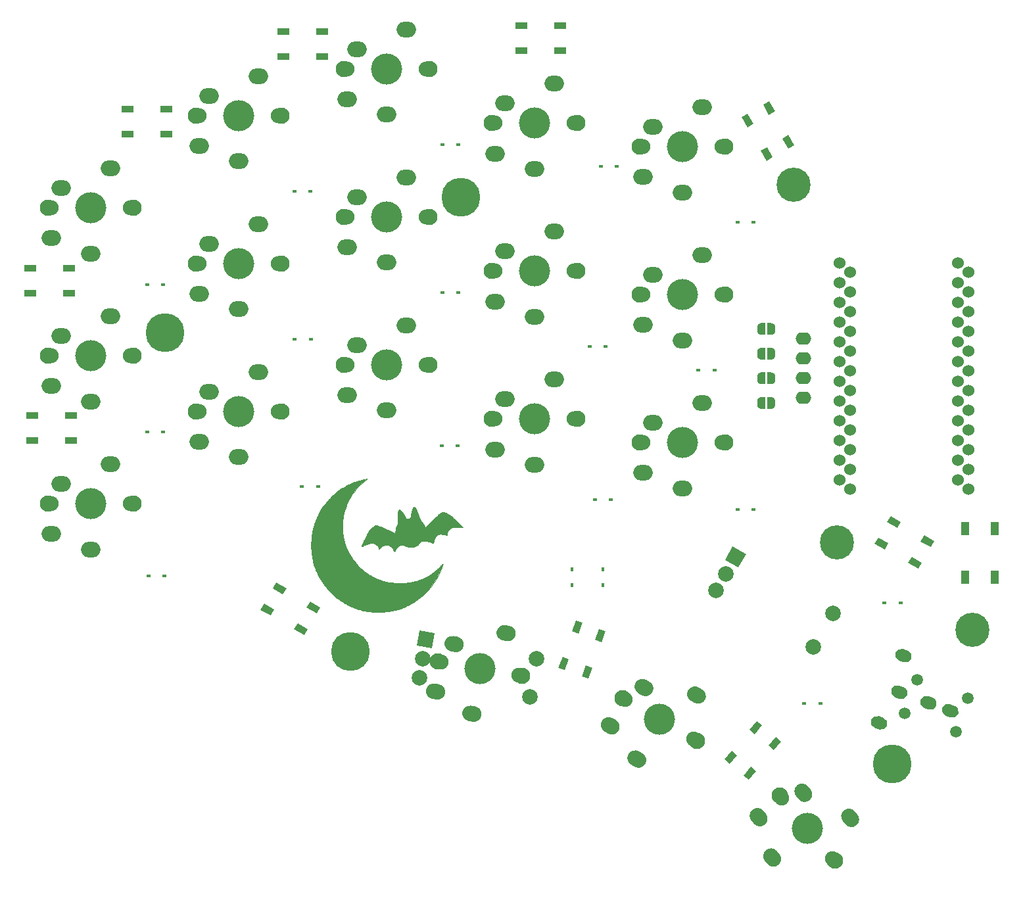
<source format=gbr>
%TF.GenerationSoftware,KiCad,Pcbnew,5.1.7*%
%TF.CreationDate,2020-11-16T23:11:26+01:00*%
%TF.ProjectId,split_3x,73706c69-745f-4337-982e-6b696361645f,rev?*%
%TF.SameCoordinates,Original*%
%TF.FileFunction,Soldermask,Bot*%
%TF.FilePolarity,Negative*%
%FSLAX46Y46*%
G04 Gerber Fmt 4.6, Leading zero omitted, Abs format (unit mm)*
G04 Created by KiCad (PCBNEW 5.1.7) date 2020-11-16 23:11:26*
%MOMM*%
%LPD*%
G01*
G04 APERTURE LIST*
%ADD10C,0.010000*%
%ADD11C,1.900000*%
%ADD12O,2.500000X2.000000*%
%ADD13C,2.100000*%
%ADD14C,4.000000*%
%ADD15C,1.524000*%
%ADD16O,2.000000X1.600000*%
%ADD17C,1.500000*%
%ADD18C,0.700000*%
%ADD19C,4.400000*%
%ADD20C,5.000000*%
%ADD21R,0.600000X0.450000*%
%ADD22R,0.450000X0.600000*%
%ADD23C,0.100000*%
%ADD24R,1.501140X0.899160*%
%ADD25C,2.000000*%
%ADD26R,1.000000X1.700000*%
G04 APERTURE END LIST*
D10*
%TO.C,G\u002A\u002A\u002A*%
G36*
X128877864Y-108156668D02*
G01*
X128838699Y-108191278D01*
X128798374Y-108246031D01*
X128758720Y-108318531D01*
X128729421Y-108385900D01*
X128696449Y-108478671D01*
X128661824Y-108592895D01*
X128626472Y-108724755D01*
X128591321Y-108870434D01*
X128557296Y-109026116D01*
X128525324Y-109187985D01*
X128499702Y-109332050D01*
X128489231Y-109391410D01*
X128476380Y-109460349D01*
X128464392Y-109521615D01*
X128444050Y-109622280D01*
X128317050Y-109645133D01*
X128255713Y-109656365D01*
X128196969Y-109667458D01*
X128149742Y-109676712D01*
X128132900Y-109680190D01*
X128081777Y-109689939D01*
X128027274Y-109698686D01*
X128016228Y-109700205D01*
X127956706Y-109708015D01*
X127888175Y-109589882D01*
X127849070Y-109522488D01*
X127805611Y-109447610D01*
X127760543Y-109369979D01*
X127716611Y-109294322D01*
X127676561Y-109225366D01*
X127643138Y-109167841D01*
X127619089Y-109126474D01*
X127615186Y-109119766D01*
X127575945Y-109056317D01*
X127526460Y-108982301D01*
X127470464Y-108902766D01*
X127411694Y-108822760D01*
X127353885Y-108747329D01*
X127300771Y-108681523D01*
X127256089Y-108630389D01*
X127242920Y-108616678D01*
X127174706Y-108557083D01*
X127110095Y-108517889D01*
X127050984Y-108499616D01*
X126999274Y-108502783D01*
X126956863Y-108527908D01*
X126949057Y-108536329D01*
X126928927Y-108564143D01*
X126911069Y-108597976D01*
X126895326Y-108639430D01*
X126881538Y-108690104D01*
X126869547Y-108751600D01*
X126859194Y-108825516D01*
X126850321Y-108913454D01*
X126842769Y-109017013D01*
X126836379Y-109137795D01*
X126830993Y-109277399D01*
X126826452Y-109437425D01*
X126822598Y-109619475D01*
X126819271Y-109825148D01*
X126818935Y-109848984D01*
X126816829Y-109987091D01*
X126814492Y-110102430D01*
X126811608Y-110197629D01*
X126807859Y-110275319D01*
X126802929Y-110338131D01*
X126796503Y-110388696D01*
X126788263Y-110429642D01*
X126777893Y-110463602D01*
X126765077Y-110493205D01*
X126749499Y-110521082D01*
X126735457Y-110542973D01*
X126692659Y-110614400D01*
X126649011Y-110699270D01*
X126609256Y-110787502D01*
X126578134Y-110869016D01*
X126569943Y-110894821D01*
X126560362Y-110931794D01*
X126552928Y-110972523D01*
X126547216Y-111021473D01*
X126542802Y-111083110D01*
X126539262Y-111161899D01*
X126536632Y-111245354D01*
X126533958Y-111325178D01*
X126530684Y-111396856D01*
X126527066Y-111456321D01*
X126523362Y-111499510D01*
X126519828Y-111522358D01*
X126519023Y-111524381D01*
X126510746Y-111531614D01*
X126496058Y-111532950D01*
X126471931Y-111527366D01*
X126435336Y-111513839D01*
X126383245Y-111491346D01*
X126312628Y-111458862D01*
X126280504Y-111443779D01*
X126217631Y-111414213D01*
X126154355Y-111384561D01*
X126099242Y-111358832D01*
X126069150Y-111344860D01*
X126022194Y-111323074D01*
X125962593Y-111295318D01*
X125900694Y-111266415D01*
X125878650Y-111256100D01*
X125818597Y-111228011D01*
X125756896Y-111199207D01*
X125703896Y-111174517D01*
X125688150Y-111167200D01*
X125641192Y-111145348D01*
X125581588Y-111117539D01*
X125519687Y-111088604D01*
X125497650Y-111078287D01*
X125403602Y-111034386D01*
X125316430Y-110993984D01*
X125238856Y-110958321D01*
X125173603Y-110928636D01*
X125123395Y-110906167D01*
X125090954Y-110892156D01*
X125079160Y-110887800D01*
X125066085Y-110882839D01*
X125035709Y-110869628D01*
X124993740Y-110850669D01*
X124977824Y-110843350D01*
X124933085Y-110822991D01*
X124897857Y-110807537D01*
X124877912Y-110799498D01*
X124875644Y-110798900D01*
X124861855Y-110794076D01*
X124831790Y-110781496D01*
X124796323Y-110765835D01*
X124759846Y-110749436D01*
X124730026Y-110736258D01*
X124701852Y-110724262D01*
X124670309Y-110711407D01*
X124630384Y-110695651D01*
X124577065Y-110674954D01*
X124505339Y-110647276D01*
X124500700Y-110645487D01*
X124407250Y-110609561D01*
X124333690Y-110581795D01*
X124276237Y-110561145D01*
X124231107Y-110546569D01*
X124194516Y-110537022D01*
X124162682Y-110531462D01*
X124131819Y-110528846D01*
X124098145Y-110528130D01*
X124075250Y-110528177D01*
X123989174Y-110533711D01*
X123910393Y-110551123D01*
X123828530Y-110583073D01*
X123792297Y-110600671D01*
X123687519Y-110664476D01*
X123577609Y-110751714D01*
X123463600Y-110861175D01*
X123346525Y-110991651D01*
X123227417Y-111141934D01*
X123107308Y-111310816D01*
X122987231Y-111497087D01*
X122898008Y-111647141D01*
X122869815Y-111697734D01*
X122833315Y-111765576D01*
X122790667Y-111846439D01*
X122744029Y-111936094D01*
X122695562Y-112030316D01*
X122647423Y-112124876D01*
X122601772Y-112215548D01*
X122560768Y-112298104D01*
X122526570Y-112368317D01*
X122501337Y-112421958D01*
X122494512Y-112437200D01*
X122465434Y-112502940D01*
X122426507Y-112589791D01*
X122377376Y-112698540D01*
X122352932Y-112752435D01*
X122335947Y-112791613D01*
X122314302Y-112843943D01*
X122292368Y-112898836D01*
X122290025Y-112904835D01*
X122264090Y-112970762D01*
X122243719Y-113020813D01*
X122225640Y-113062926D01*
X122215797Y-113084900D01*
X122201938Y-113119567D01*
X122187858Y-113161194D01*
X122175672Y-113202492D01*
X122167494Y-113236171D01*
X122165439Y-113254944D01*
X122166047Y-113256379D01*
X122179138Y-113253329D01*
X122211469Y-113240646D01*
X122259475Y-113219883D01*
X122319591Y-113192588D01*
X122388250Y-113160312D01*
X122400322Y-113154535D01*
X122471675Y-113120384D01*
X122536468Y-113089540D01*
X122590732Y-113063880D01*
X122630495Y-113045279D01*
X122651790Y-113035615D01*
X122652850Y-113035171D01*
X122684859Y-113021941D01*
X122710000Y-113011417D01*
X122794897Y-112978207D01*
X122894910Y-112943160D01*
X123000263Y-112909494D01*
X123101181Y-112880423D01*
X123135450Y-112871472D01*
X123224363Y-112849855D01*
X123296529Y-112834669D01*
X123359477Y-112824862D01*
X123420731Y-112819380D01*
X123487820Y-112817169D01*
X123524779Y-112816960D01*
X123600197Y-112818288D01*
X123658407Y-112822867D01*
X123707500Y-112831672D01*
X123751400Y-112844290D01*
X123883136Y-112895671D01*
X123997685Y-112958431D01*
X124102305Y-113037038D01*
X124174303Y-113104681D01*
X124260561Y-113207977D01*
X124323966Y-113320469D01*
X124363173Y-113432861D01*
X124380285Y-113489277D01*
X124396625Y-113522433D01*
X124413827Y-113534358D01*
X124433525Y-113527078D01*
X124436910Y-113524358D01*
X124454129Y-113509658D01*
X124485802Y-113482575D01*
X124527091Y-113447247D01*
X124564200Y-113415484D01*
X124685283Y-113317879D01*
X124800285Y-113238953D01*
X124915610Y-113175266D01*
X125037662Y-113123375D01*
X125172847Y-113079840D01*
X125205550Y-113070892D01*
X125254918Y-113062131D01*
X125320453Y-113056501D01*
X125394722Y-113054005D01*
X125470288Y-113054648D01*
X125539717Y-113058434D01*
X125595574Y-113065367D01*
X125618300Y-113070670D01*
X125744032Y-113121616D01*
X125866218Y-113196485D01*
X125985715Y-113295848D01*
X126046430Y-113356702D01*
X126133179Y-113456275D01*
X126208516Y-113560192D01*
X126276416Y-113674728D01*
X126340855Y-113806159D01*
X126362946Y-113856425D01*
X126377567Y-113883844D01*
X126390410Y-113897392D01*
X126391916Y-113897700D01*
X126404728Y-113887747D01*
X126423647Y-113862708D01*
X126431585Y-113850075D01*
X126455838Y-113808603D01*
X126482878Y-113761264D01*
X126491838Y-113745300D01*
X126525190Y-113689734D01*
X126569504Y-113621825D01*
X126619687Y-113548911D01*
X126670644Y-113478329D01*
X126717280Y-113417418D01*
X126732218Y-113399045D01*
X126785633Y-113341187D01*
X126851323Y-113279724D01*
X126922734Y-113220039D01*
X126993310Y-113167514D01*
X127056497Y-113127532D01*
X127074318Y-113118151D01*
X127183182Y-113069164D01*
X127279101Y-113037482D01*
X127367574Y-113022947D01*
X127454103Y-113025404D01*
X127544189Y-113044694D01*
X127643331Y-113080661D01*
X127688825Y-113100625D01*
X127741076Y-113124400D01*
X127796424Y-113149477D01*
X127821750Y-113160907D01*
X127868141Y-113181813D01*
X127924082Y-113207042D01*
X127967800Y-113226773D01*
X128012927Y-113247100D01*
X128051743Y-113264500D01*
X128075750Y-113275165D01*
X128165674Y-113305465D01*
X128273665Y-113327237D01*
X128393864Y-113340474D01*
X128520409Y-113345167D01*
X128647439Y-113341307D01*
X128769094Y-113328888D01*
X128879514Y-113307900D01*
X128972836Y-113278335D01*
X128977450Y-113276421D01*
X129049639Y-113243821D01*
X129130664Y-113203724D01*
X129211588Y-113160810D01*
X129283471Y-113119759D01*
X129319837Y-113097128D01*
X129375246Y-113058393D01*
X129429156Y-113014794D01*
X129484803Y-112963146D01*
X129545422Y-112900264D01*
X129614248Y-112822962D01*
X129693554Y-112729216D01*
X129740042Y-112673773D01*
X129782601Y-112623900D01*
X129817841Y-112583501D01*
X129842374Y-112556482D01*
X129850536Y-112548325D01*
X129863230Y-112539753D01*
X129881564Y-112533714D01*
X129909664Y-112529812D01*
X129951658Y-112527651D01*
X130011671Y-112526837D01*
X130074232Y-112526884D01*
X130183959Y-112529019D01*
X130298590Y-112534279D01*
X130413005Y-112542195D01*
X130522082Y-112552296D01*
X130620700Y-112564116D01*
X130703736Y-112577183D01*
X130761800Y-112589859D01*
X130864177Y-112618496D01*
X130951836Y-112646161D01*
X131033754Y-112676165D01*
X131118905Y-112711819D01*
X131216264Y-112756434D01*
X131226734Y-112761382D01*
X131281169Y-112786303D01*
X131330416Y-112807310D01*
X131367941Y-112821697D01*
X131383653Y-112826365D01*
X131399972Y-112828655D01*
X131411184Y-112824655D01*
X131419692Y-112809865D01*
X131427901Y-112779785D01*
X131438217Y-112729915D01*
X131440002Y-112720917D01*
X131466412Y-112589977D01*
X131489682Y-112480865D01*
X131510861Y-112390354D01*
X131530994Y-112315219D01*
X131551128Y-112252234D01*
X131572309Y-112198174D01*
X131595585Y-112149814D01*
X131622001Y-112103927D01*
X131652606Y-112057288D01*
X131657746Y-112049850D01*
X131700290Y-111994011D01*
X131752825Y-111933219D01*
X131810809Y-111871963D01*
X131869703Y-111814731D01*
X131924965Y-111766011D01*
X131972056Y-111730293D01*
X131994449Y-111716994D01*
X132045798Y-111693196D01*
X132094228Y-111675487D01*
X132144571Y-111663188D01*
X132201659Y-111655621D01*
X132270326Y-111652109D01*
X132355402Y-111651971D01*
X132443316Y-111653975D01*
X132564657Y-111659123D01*
X132667147Y-111667652D01*
X132757252Y-111680875D01*
X132841435Y-111700101D01*
X132926162Y-111726644D01*
X133017897Y-111761815D01*
X133058378Y-111778753D01*
X133111256Y-111797892D01*
X133146902Y-111801666D01*
X133168640Y-111789629D01*
X133179563Y-111762512D01*
X133183975Y-111727484D01*
X133186857Y-111679735D01*
X133187501Y-111646510D01*
X133197881Y-111539734D01*
X133227468Y-111425619D01*
X133273934Y-111310293D01*
X133334950Y-111199885D01*
X133383510Y-111130811D01*
X133488456Y-111013638D01*
X133603962Y-110919399D01*
X133731014Y-110847500D01*
X133870600Y-110797347D01*
X133974900Y-110775084D01*
X134203218Y-110747968D01*
X134449481Y-110736840D01*
X134711908Y-110741687D01*
X134988717Y-110762499D01*
X135161483Y-110782713D01*
X135211416Y-110789308D01*
X135162508Y-110721079D01*
X135122091Y-110669537D01*
X135064372Y-110603059D01*
X134991155Y-110523440D01*
X134904248Y-110432477D01*
X134805456Y-110331965D01*
X134696587Y-110223700D01*
X134579445Y-110109480D01*
X134455838Y-109991099D01*
X134327572Y-109870355D01*
X134196452Y-109749042D01*
X134064285Y-109628958D01*
X134063800Y-109628521D01*
X133849097Y-109444863D01*
X133639076Y-109284726D01*
X133432165Y-109147012D01*
X133226792Y-109030625D01*
X133158452Y-108996401D01*
X133027974Y-108936354D01*
X132913703Y-108890927D01*
X132811915Y-108858996D01*
X132718888Y-108839435D01*
X132630896Y-108831121D01*
X132609650Y-108830671D01*
X132555620Y-108832234D01*
X132513410Y-108839909D01*
X132470150Y-108856804D01*
X132440587Y-108871494D01*
X132393126Y-108898821D01*
X132338862Y-108935574D01*
X132276208Y-108983087D01*
X132203576Y-109042690D01*
X132119380Y-109115718D01*
X132022032Y-109203502D01*
X131909944Y-109307375D01*
X131816543Y-109395416D01*
X131772722Y-109436843D01*
X131734793Y-109472483D01*
X131707060Y-109498305D01*
X131694340Y-109509850D01*
X131682604Y-109521055D01*
X131654602Y-109548366D01*
X131612125Y-109590023D01*
X131556961Y-109644265D01*
X131490899Y-109709331D01*
X131415728Y-109783460D01*
X131333237Y-109864892D01*
X131245214Y-109951865D01*
X131229854Y-109967050D01*
X131081534Y-110113452D01*
X130950084Y-110242661D01*
X130834542Y-110355570D01*
X130733944Y-110453073D01*
X130647329Y-110536064D01*
X130573734Y-110605436D01*
X130512195Y-110662084D01*
X130461751Y-110706900D01*
X130421439Y-110740780D01*
X130390295Y-110764616D01*
X130367359Y-110779303D01*
X130351666Y-110785733D01*
X130347592Y-110786200D01*
X130334733Y-110775148D01*
X130324229Y-110748212D01*
X130323502Y-110744925D01*
X130289045Y-110626932D01*
X130233682Y-110501376D01*
X130159421Y-110371648D01*
X130068271Y-110241142D01*
X129962240Y-110113251D01*
X129926814Y-110074825D01*
X129882196Y-110026926D01*
X129842176Y-109982684D01*
X129811043Y-109946929D01*
X129793092Y-109924489D01*
X129792778Y-109924037D01*
X129757165Y-109865360D01*
X129719957Y-109789828D01*
X129680263Y-109695344D01*
X129637194Y-109579813D01*
X129597898Y-109465400D01*
X129584729Y-109427280D01*
X129565920Y-109374571D01*
X129544763Y-109316461D01*
X129536450Y-109293950D01*
X129512583Y-109229158D01*
X129487128Y-109159329D01*
X129464747Y-109097266D01*
X129460155Y-109084400D01*
X129439878Y-109027805D01*
X129424630Y-108986671D01*
X129411087Y-108952471D01*
X129395926Y-108916680D01*
X129385145Y-108891980D01*
X129372224Y-108860862D01*
X129365216Y-108840736D01*
X129364800Y-108838323D01*
X129359876Y-108823999D01*
X129346905Y-108793080D01*
X129328590Y-108751983D01*
X129326700Y-108747849D01*
X129308013Y-108706029D01*
X129294425Y-108673680D01*
X129288645Y-108657273D01*
X129288600Y-108656793D01*
X129282507Y-108637230D01*
X129265863Y-108600354D01*
X129241125Y-108550671D01*
X129210746Y-108492686D01*
X129177182Y-108430905D01*
X129142889Y-108369832D01*
X129110321Y-108313974D01*
X129081933Y-108267836D01*
X129060181Y-108235922D01*
X129057095Y-108231956D01*
X129029034Y-108205108D01*
X128990886Y-108178088D01*
X128951484Y-108156289D01*
X128919660Y-108145105D01*
X128914033Y-108144600D01*
X128877864Y-108156668D01*
G37*
X128877864Y-108156668D02*
X128838699Y-108191278D01*
X128798374Y-108246031D01*
X128758720Y-108318531D01*
X128729421Y-108385900D01*
X128696449Y-108478671D01*
X128661824Y-108592895D01*
X128626472Y-108724755D01*
X128591321Y-108870434D01*
X128557296Y-109026116D01*
X128525324Y-109187985D01*
X128499702Y-109332050D01*
X128489231Y-109391410D01*
X128476380Y-109460349D01*
X128464392Y-109521615D01*
X128444050Y-109622280D01*
X128317050Y-109645133D01*
X128255713Y-109656365D01*
X128196969Y-109667458D01*
X128149742Y-109676712D01*
X128132900Y-109680190D01*
X128081777Y-109689939D01*
X128027274Y-109698686D01*
X128016228Y-109700205D01*
X127956706Y-109708015D01*
X127888175Y-109589882D01*
X127849070Y-109522488D01*
X127805611Y-109447610D01*
X127760543Y-109369979D01*
X127716611Y-109294322D01*
X127676561Y-109225366D01*
X127643138Y-109167841D01*
X127619089Y-109126474D01*
X127615186Y-109119766D01*
X127575945Y-109056317D01*
X127526460Y-108982301D01*
X127470464Y-108902766D01*
X127411694Y-108822760D01*
X127353885Y-108747329D01*
X127300771Y-108681523D01*
X127256089Y-108630389D01*
X127242920Y-108616678D01*
X127174706Y-108557083D01*
X127110095Y-108517889D01*
X127050984Y-108499616D01*
X126999274Y-108502783D01*
X126956863Y-108527908D01*
X126949057Y-108536329D01*
X126928927Y-108564143D01*
X126911069Y-108597976D01*
X126895326Y-108639430D01*
X126881538Y-108690104D01*
X126869547Y-108751600D01*
X126859194Y-108825516D01*
X126850321Y-108913454D01*
X126842769Y-109017013D01*
X126836379Y-109137795D01*
X126830993Y-109277399D01*
X126826452Y-109437425D01*
X126822598Y-109619475D01*
X126819271Y-109825148D01*
X126818935Y-109848984D01*
X126816829Y-109987091D01*
X126814492Y-110102430D01*
X126811608Y-110197629D01*
X126807859Y-110275319D01*
X126802929Y-110338131D01*
X126796503Y-110388696D01*
X126788263Y-110429642D01*
X126777893Y-110463602D01*
X126765077Y-110493205D01*
X126749499Y-110521082D01*
X126735457Y-110542973D01*
X126692659Y-110614400D01*
X126649011Y-110699270D01*
X126609256Y-110787502D01*
X126578134Y-110869016D01*
X126569943Y-110894821D01*
X126560362Y-110931794D01*
X126552928Y-110972523D01*
X126547216Y-111021473D01*
X126542802Y-111083110D01*
X126539262Y-111161899D01*
X126536632Y-111245354D01*
X126533958Y-111325178D01*
X126530684Y-111396856D01*
X126527066Y-111456321D01*
X126523362Y-111499510D01*
X126519828Y-111522358D01*
X126519023Y-111524381D01*
X126510746Y-111531614D01*
X126496058Y-111532950D01*
X126471931Y-111527366D01*
X126435336Y-111513839D01*
X126383245Y-111491346D01*
X126312628Y-111458862D01*
X126280504Y-111443779D01*
X126217631Y-111414213D01*
X126154355Y-111384561D01*
X126099242Y-111358832D01*
X126069150Y-111344860D01*
X126022194Y-111323074D01*
X125962593Y-111295318D01*
X125900694Y-111266415D01*
X125878650Y-111256100D01*
X125818597Y-111228011D01*
X125756896Y-111199207D01*
X125703896Y-111174517D01*
X125688150Y-111167200D01*
X125641192Y-111145348D01*
X125581588Y-111117539D01*
X125519687Y-111088604D01*
X125497650Y-111078287D01*
X125403602Y-111034386D01*
X125316430Y-110993984D01*
X125238856Y-110958321D01*
X125173603Y-110928636D01*
X125123395Y-110906167D01*
X125090954Y-110892156D01*
X125079160Y-110887800D01*
X125066085Y-110882839D01*
X125035709Y-110869628D01*
X124993740Y-110850669D01*
X124977824Y-110843350D01*
X124933085Y-110822991D01*
X124897857Y-110807537D01*
X124877912Y-110799498D01*
X124875644Y-110798900D01*
X124861855Y-110794076D01*
X124831790Y-110781496D01*
X124796323Y-110765835D01*
X124759846Y-110749436D01*
X124730026Y-110736258D01*
X124701852Y-110724262D01*
X124670309Y-110711407D01*
X124630384Y-110695651D01*
X124577065Y-110674954D01*
X124505339Y-110647276D01*
X124500700Y-110645487D01*
X124407250Y-110609561D01*
X124333690Y-110581795D01*
X124276237Y-110561145D01*
X124231107Y-110546569D01*
X124194516Y-110537022D01*
X124162682Y-110531462D01*
X124131819Y-110528846D01*
X124098145Y-110528130D01*
X124075250Y-110528177D01*
X123989174Y-110533711D01*
X123910393Y-110551123D01*
X123828530Y-110583073D01*
X123792297Y-110600671D01*
X123687519Y-110664476D01*
X123577609Y-110751714D01*
X123463600Y-110861175D01*
X123346525Y-110991651D01*
X123227417Y-111141934D01*
X123107308Y-111310816D01*
X122987231Y-111497087D01*
X122898008Y-111647141D01*
X122869815Y-111697734D01*
X122833315Y-111765576D01*
X122790667Y-111846439D01*
X122744029Y-111936094D01*
X122695562Y-112030316D01*
X122647423Y-112124876D01*
X122601772Y-112215548D01*
X122560768Y-112298104D01*
X122526570Y-112368317D01*
X122501337Y-112421958D01*
X122494512Y-112437200D01*
X122465434Y-112502940D01*
X122426507Y-112589791D01*
X122377376Y-112698540D01*
X122352932Y-112752435D01*
X122335947Y-112791613D01*
X122314302Y-112843943D01*
X122292368Y-112898836D01*
X122290025Y-112904835D01*
X122264090Y-112970762D01*
X122243719Y-113020813D01*
X122225640Y-113062926D01*
X122215797Y-113084900D01*
X122201938Y-113119567D01*
X122187858Y-113161194D01*
X122175672Y-113202492D01*
X122167494Y-113236171D01*
X122165439Y-113254944D01*
X122166047Y-113256379D01*
X122179138Y-113253329D01*
X122211469Y-113240646D01*
X122259475Y-113219883D01*
X122319591Y-113192588D01*
X122388250Y-113160312D01*
X122400322Y-113154535D01*
X122471675Y-113120384D01*
X122536468Y-113089540D01*
X122590732Y-113063880D01*
X122630495Y-113045279D01*
X122651790Y-113035615D01*
X122652850Y-113035171D01*
X122684859Y-113021941D01*
X122710000Y-113011417D01*
X122794897Y-112978207D01*
X122894910Y-112943160D01*
X123000263Y-112909494D01*
X123101181Y-112880423D01*
X123135450Y-112871472D01*
X123224363Y-112849855D01*
X123296529Y-112834669D01*
X123359477Y-112824862D01*
X123420731Y-112819380D01*
X123487820Y-112817169D01*
X123524779Y-112816960D01*
X123600197Y-112818288D01*
X123658407Y-112822867D01*
X123707500Y-112831672D01*
X123751400Y-112844290D01*
X123883136Y-112895671D01*
X123997685Y-112958431D01*
X124102305Y-113037038D01*
X124174303Y-113104681D01*
X124260561Y-113207977D01*
X124323966Y-113320469D01*
X124363173Y-113432861D01*
X124380285Y-113489277D01*
X124396625Y-113522433D01*
X124413827Y-113534358D01*
X124433525Y-113527078D01*
X124436910Y-113524358D01*
X124454129Y-113509658D01*
X124485802Y-113482575D01*
X124527091Y-113447247D01*
X124564200Y-113415484D01*
X124685283Y-113317879D01*
X124800285Y-113238953D01*
X124915610Y-113175266D01*
X125037662Y-113123375D01*
X125172847Y-113079840D01*
X125205550Y-113070892D01*
X125254918Y-113062131D01*
X125320453Y-113056501D01*
X125394722Y-113054005D01*
X125470288Y-113054648D01*
X125539717Y-113058434D01*
X125595574Y-113065367D01*
X125618300Y-113070670D01*
X125744032Y-113121616D01*
X125866218Y-113196485D01*
X125985715Y-113295848D01*
X126046430Y-113356702D01*
X126133179Y-113456275D01*
X126208516Y-113560192D01*
X126276416Y-113674728D01*
X126340855Y-113806159D01*
X126362946Y-113856425D01*
X126377567Y-113883844D01*
X126390410Y-113897392D01*
X126391916Y-113897700D01*
X126404728Y-113887747D01*
X126423647Y-113862708D01*
X126431585Y-113850075D01*
X126455838Y-113808603D01*
X126482878Y-113761264D01*
X126491838Y-113745300D01*
X126525190Y-113689734D01*
X126569504Y-113621825D01*
X126619687Y-113548911D01*
X126670644Y-113478329D01*
X126717280Y-113417418D01*
X126732218Y-113399045D01*
X126785633Y-113341187D01*
X126851323Y-113279724D01*
X126922734Y-113220039D01*
X126993310Y-113167514D01*
X127056497Y-113127532D01*
X127074318Y-113118151D01*
X127183182Y-113069164D01*
X127279101Y-113037482D01*
X127367574Y-113022947D01*
X127454103Y-113025404D01*
X127544189Y-113044694D01*
X127643331Y-113080661D01*
X127688825Y-113100625D01*
X127741076Y-113124400D01*
X127796424Y-113149477D01*
X127821750Y-113160907D01*
X127868141Y-113181813D01*
X127924082Y-113207042D01*
X127967800Y-113226773D01*
X128012927Y-113247100D01*
X128051743Y-113264500D01*
X128075750Y-113275165D01*
X128165674Y-113305465D01*
X128273665Y-113327237D01*
X128393864Y-113340474D01*
X128520409Y-113345167D01*
X128647439Y-113341307D01*
X128769094Y-113328888D01*
X128879514Y-113307900D01*
X128972836Y-113278335D01*
X128977450Y-113276421D01*
X129049639Y-113243821D01*
X129130664Y-113203724D01*
X129211588Y-113160810D01*
X129283471Y-113119759D01*
X129319837Y-113097128D01*
X129375246Y-113058393D01*
X129429156Y-113014794D01*
X129484803Y-112963146D01*
X129545422Y-112900264D01*
X129614248Y-112822962D01*
X129693554Y-112729216D01*
X129740042Y-112673773D01*
X129782601Y-112623900D01*
X129817841Y-112583501D01*
X129842374Y-112556482D01*
X129850536Y-112548325D01*
X129863230Y-112539753D01*
X129881564Y-112533714D01*
X129909664Y-112529812D01*
X129951658Y-112527651D01*
X130011671Y-112526837D01*
X130074232Y-112526884D01*
X130183959Y-112529019D01*
X130298590Y-112534279D01*
X130413005Y-112542195D01*
X130522082Y-112552296D01*
X130620700Y-112564116D01*
X130703736Y-112577183D01*
X130761800Y-112589859D01*
X130864177Y-112618496D01*
X130951836Y-112646161D01*
X131033754Y-112676165D01*
X131118905Y-112711819D01*
X131216264Y-112756434D01*
X131226734Y-112761382D01*
X131281169Y-112786303D01*
X131330416Y-112807310D01*
X131367941Y-112821697D01*
X131383653Y-112826365D01*
X131399972Y-112828655D01*
X131411184Y-112824655D01*
X131419692Y-112809865D01*
X131427901Y-112779785D01*
X131438217Y-112729915D01*
X131440002Y-112720917D01*
X131466412Y-112589977D01*
X131489682Y-112480865D01*
X131510861Y-112390354D01*
X131530994Y-112315219D01*
X131551128Y-112252234D01*
X131572309Y-112198174D01*
X131595585Y-112149814D01*
X131622001Y-112103927D01*
X131652606Y-112057288D01*
X131657746Y-112049850D01*
X131700290Y-111994011D01*
X131752825Y-111933219D01*
X131810809Y-111871963D01*
X131869703Y-111814731D01*
X131924965Y-111766011D01*
X131972056Y-111730293D01*
X131994449Y-111716994D01*
X132045798Y-111693196D01*
X132094228Y-111675487D01*
X132144571Y-111663188D01*
X132201659Y-111655621D01*
X132270326Y-111652109D01*
X132355402Y-111651971D01*
X132443316Y-111653975D01*
X132564657Y-111659123D01*
X132667147Y-111667652D01*
X132757252Y-111680875D01*
X132841435Y-111700101D01*
X132926162Y-111726644D01*
X133017897Y-111761815D01*
X133058378Y-111778753D01*
X133111256Y-111797892D01*
X133146902Y-111801666D01*
X133168640Y-111789629D01*
X133179563Y-111762512D01*
X133183975Y-111727484D01*
X133186857Y-111679735D01*
X133187501Y-111646510D01*
X133197881Y-111539734D01*
X133227468Y-111425619D01*
X133273934Y-111310293D01*
X133334950Y-111199885D01*
X133383510Y-111130811D01*
X133488456Y-111013638D01*
X133603962Y-110919399D01*
X133731014Y-110847500D01*
X133870600Y-110797347D01*
X133974900Y-110775084D01*
X134203218Y-110747968D01*
X134449481Y-110736840D01*
X134711908Y-110741687D01*
X134988717Y-110762499D01*
X135161483Y-110782713D01*
X135211416Y-110789308D01*
X135162508Y-110721079D01*
X135122091Y-110669537D01*
X135064372Y-110603059D01*
X134991155Y-110523440D01*
X134904248Y-110432477D01*
X134805456Y-110331965D01*
X134696587Y-110223700D01*
X134579445Y-110109480D01*
X134455838Y-109991099D01*
X134327572Y-109870355D01*
X134196452Y-109749042D01*
X134064285Y-109628958D01*
X134063800Y-109628521D01*
X133849097Y-109444863D01*
X133639076Y-109284726D01*
X133432165Y-109147012D01*
X133226792Y-109030625D01*
X133158452Y-108996401D01*
X133027974Y-108936354D01*
X132913703Y-108890927D01*
X132811915Y-108858996D01*
X132718888Y-108839435D01*
X132630896Y-108831121D01*
X132609650Y-108830671D01*
X132555620Y-108832234D01*
X132513410Y-108839909D01*
X132470150Y-108856804D01*
X132440587Y-108871494D01*
X132393126Y-108898821D01*
X132338862Y-108935574D01*
X132276208Y-108983087D01*
X132203576Y-109042690D01*
X132119380Y-109115718D01*
X132022032Y-109203502D01*
X131909944Y-109307375D01*
X131816543Y-109395416D01*
X131772722Y-109436843D01*
X131734793Y-109472483D01*
X131707060Y-109498305D01*
X131694340Y-109509850D01*
X131682604Y-109521055D01*
X131654602Y-109548366D01*
X131612125Y-109590023D01*
X131556961Y-109644265D01*
X131490899Y-109709331D01*
X131415728Y-109783460D01*
X131333237Y-109864892D01*
X131245214Y-109951865D01*
X131229854Y-109967050D01*
X131081534Y-110113452D01*
X130950084Y-110242661D01*
X130834542Y-110355570D01*
X130733944Y-110453073D01*
X130647329Y-110536064D01*
X130573734Y-110605436D01*
X130512195Y-110662084D01*
X130461751Y-110706900D01*
X130421439Y-110740780D01*
X130390295Y-110764616D01*
X130367359Y-110779303D01*
X130351666Y-110785733D01*
X130347592Y-110786200D01*
X130334733Y-110775148D01*
X130324229Y-110748212D01*
X130323502Y-110744925D01*
X130289045Y-110626932D01*
X130233682Y-110501376D01*
X130159421Y-110371648D01*
X130068271Y-110241142D01*
X129962240Y-110113251D01*
X129926814Y-110074825D01*
X129882196Y-110026926D01*
X129842176Y-109982684D01*
X129811043Y-109946929D01*
X129793092Y-109924489D01*
X129792778Y-109924037D01*
X129757165Y-109865360D01*
X129719957Y-109789828D01*
X129680263Y-109695344D01*
X129637194Y-109579813D01*
X129597898Y-109465400D01*
X129584729Y-109427280D01*
X129565920Y-109374571D01*
X129544763Y-109316461D01*
X129536450Y-109293950D01*
X129512583Y-109229158D01*
X129487128Y-109159329D01*
X129464747Y-109097266D01*
X129460155Y-109084400D01*
X129439878Y-109027805D01*
X129424630Y-108986671D01*
X129411087Y-108952471D01*
X129395926Y-108916680D01*
X129385145Y-108891980D01*
X129372224Y-108860862D01*
X129365216Y-108840736D01*
X129364800Y-108838323D01*
X129359876Y-108823999D01*
X129346905Y-108793080D01*
X129328590Y-108751983D01*
X129326700Y-108747849D01*
X129308013Y-108706029D01*
X129294425Y-108673680D01*
X129288645Y-108657273D01*
X129288600Y-108656793D01*
X129282507Y-108637230D01*
X129265863Y-108600354D01*
X129241125Y-108550671D01*
X129210746Y-108492686D01*
X129177182Y-108430905D01*
X129142889Y-108369832D01*
X129110321Y-108313974D01*
X129081933Y-108267836D01*
X129060181Y-108235922D01*
X129057095Y-108231956D01*
X129029034Y-108205108D01*
X128990886Y-108178088D01*
X128951484Y-108156289D01*
X128919660Y-108145105D01*
X128914033Y-108144600D01*
X128877864Y-108156668D01*
G36*
X122820832Y-104529006D02*
G01*
X122802075Y-104530985D01*
X122754822Y-104538092D01*
X122694085Y-104549153D01*
X122631052Y-104562092D01*
X122614750Y-104565716D01*
X122558038Y-104578560D01*
X122505488Y-104590432D01*
X122465782Y-104599372D01*
X122456000Y-104601563D01*
X122362311Y-104623613D01*
X122251104Y-104651662D01*
X122129059Y-104683979D01*
X122002851Y-104718830D01*
X121992450Y-104721768D01*
X121936120Y-104737648D01*
X121883838Y-104752284D01*
X121844107Y-104763301D01*
X121833700Y-104766143D01*
X121708649Y-104802407D01*
X121566736Y-104847667D01*
X121413904Y-104899742D01*
X121256100Y-104956450D01*
X121099269Y-105015610D01*
X120949356Y-105075038D01*
X120812306Y-105132555D01*
X120709750Y-105178599D01*
X120313347Y-105374918D01*
X119935593Y-105585405D01*
X119573862Y-105811904D01*
X119225528Y-106056259D01*
X118887963Y-106320313D01*
X118558541Y-106605909D01*
X118234633Y-106914890D01*
X118233250Y-106916270D01*
X118164055Y-106985676D01*
X118097914Y-107052657D01*
X118037821Y-107114134D01*
X117986769Y-107167025D01*
X117947754Y-107208247D01*
X117923770Y-107234722D01*
X117923603Y-107234917D01*
X117885624Y-107278781D01*
X117845813Y-107323857D01*
X117821473Y-107350850D01*
X117770883Y-107408063D01*
X117708893Y-107481240D01*
X117639153Y-107565882D01*
X117565308Y-107657489D01*
X117491008Y-107751561D01*
X117419898Y-107843598D01*
X117389056Y-107884289D01*
X117127041Y-108252126D01*
X116885437Y-108632647D01*
X116662514Y-109028651D01*
X116562116Y-109224100D01*
X116522792Y-109303650D01*
X116486196Y-109378935D01*
X116453926Y-109446550D01*
X116427582Y-109503092D01*
X116408763Y-109545155D01*
X116399067Y-109569335D01*
X116398100Y-109573320D01*
X116393280Y-109586965D01*
X116380708Y-109616918D01*
X116365036Y-109652377D01*
X116341889Y-109703903D01*
X116324887Y-109742495D01*
X116310312Y-109776985D01*
X116294445Y-109816202D01*
X116273567Y-109868976D01*
X116269954Y-109878150D01*
X116249643Y-109930988D01*
X116225271Y-109996353D01*
X116198636Y-110069200D01*
X116171538Y-110144485D01*
X116145777Y-110217163D01*
X116123151Y-110282190D01*
X116105460Y-110334521D01*
X116094504Y-110369111D01*
X116093282Y-110373450D01*
X116084725Y-110403030D01*
X116070951Y-110448513D01*
X116054482Y-110501608D01*
X116048850Y-110519500D01*
X116024356Y-110598058D01*
X116005821Y-110660315D01*
X115991009Y-110714013D01*
X115979165Y-110760800D01*
X115969220Y-110799065D01*
X115955803Y-110847681D01*
X115947940Y-110875100D01*
X115933226Y-110928785D01*
X115919162Y-110985230D01*
X115913900Y-111008450D01*
X115903559Y-111056189D01*
X115893553Y-111101874D01*
X115890336Y-111116400D01*
X115866389Y-111226573D01*
X115844901Y-111330688D01*
X115827101Y-111422594D01*
X115814223Y-111496140D01*
X115814021Y-111497400D01*
X115804645Y-111554983D01*
X115794966Y-111612735D01*
X115787431Y-111656150D01*
X115766400Y-111791938D01*
X115747719Y-111949727D01*
X115731600Y-112126204D01*
X115718258Y-112318061D01*
X115707906Y-112521986D01*
X115700757Y-112734668D01*
X115697025Y-112952798D01*
X115696506Y-113065850D01*
X115700397Y-113391250D01*
X115712400Y-113695723D01*
X115732736Y-113982484D01*
X115761629Y-114254752D01*
X115794842Y-114488250D01*
X115805008Y-114551765D01*
X115815085Y-114614703D01*
X115823481Y-114667119D01*
X115826363Y-114685100D01*
X115833527Y-114725387D01*
X115844632Y-114782678D01*
X115858128Y-114849176D01*
X115871739Y-114913700D01*
X115885668Y-114978474D01*
X115898487Y-115038227D01*
X115908791Y-115086408D01*
X115915178Y-115116464D01*
X115915270Y-115116900D01*
X115947311Y-115253759D01*
X115989245Y-115408653D01*
X116039497Y-115576951D01*
X116096495Y-115754023D01*
X116158663Y-115935239D01*
X116224429Y-116115969D01*
X116292218Y-116291582D01*
X116360457Y-116457449D01*
X116407288Y-116564475D01*
X116432490Y-116619075D01*
X116465136Y-116687761D01*
X116502936Y-116765905D01*
X116543594Y-116848881D01*
X116584818Y-116932059D01*
X116624314Y-117010814D01*
X116659788Y-117080518D01*
X116688949Y-117136542D01*
X116709501Y-117174261D01*
X116709523Y-117174300D01*
X116738501Y-117225007D01*
X116767649Y-117276244D01*
X116789009Y-117314000D01*
X116925049Y-117543616D01*
X117078963Y-117781916D01*
X117247177Y-118023979D01*
X117426115Y-118264884D01*
X117612202Y-118499710D01*
X117801861Y-118723538D01*
X117864084Y-118793550D01*
X117917735Y-118851761D01*
X117985738Y-118923380D01*
X118064032Y-119004313D01*
X118148559Y-119090468D01*
X118235260Y-119177753D01*
X118320074Y-119262077D01*
X118398944Y-119339346D01*
X118467810Y-119405469D01*
X118511838Y-119446555D01*
X118632277Y-119553622D01*
X118768998Y-119669596D01*
X118916595Y-119790161D01*
X119069664Y-119911001D01*
X119222799Y-120027799D01*
X119370596Y-120136240D01*
X119415460Y-120168173D01*
X119457558Y-120197242D01*
X119511569Y-120233557D01*
X119574099Y-120274939D01*
X119641756Y-120319206D01*
X119711148Y-120364177D01*
X119778883Y-120407672D01*
X119841567Y-120447510D01*
X119895809Y-120481509D01*
X119938217Y-120507490D01*
X119965397Y-120523270D01*
X119973762Y-120527100D01*
X119987234Y-120533302D01*
X120014466Y-120549073D01*
X120031817Y-120559807D01*
X120107526Y-120605440D01*
X120201657Y-120658670D01*
X120309374Y-120716879D01*
X120425845Y-120777448D01*
X120531950Y-120830725D01*
X120603742Y-120865879D01*
X120676027Y-120900775D01*
X120745032Y-120933646D01*
X120806986Y-120962724D01*
X120858117Y-120986242D01*
X120894652Y-121002431D01*
X120912821Y-121009525D01*
X120913841Y-121009700D01*
X120927799Y-121014510D01*
X120956602Y-121026700D01*
X120973414Y-121034234D01*
X121069163Y-121075589D01*
X121184052Y-121121477D01*
X121312655Y-121169982D01*
X121449544Y-121219188D01*
X121589292Y-121267179D01*
X121726471Y-121312039D01*
X121855656Y-121351851D01*
X121948000Y-121378339D01*
X122160866Y-121435058D01*
X122355806Y-121482939D01*
X122538234Y-121523170D01*
X122713559Y-121556942D01*
X122887194Y-121585446D01*
X122894150Y-121586489D01*
X122939197Y-121593068D01*
X122983397Y-121599129D01*
X123030660Y-121605120D01*
X123084896Y-121611490D01*
X123150015Y-121618689D01*
X123229927Y-121627165D01*
X123328542Y-121637367D01*
X123408500Y-121645543D01*
X123445351Y-121648048D01*
X123504541Y-121650512D01*
X123583011Y-121652902D01*
X123677699Y-121655183D01*
X123785545Y-121657322D01*
X123903490Y-121659282D01*
X124028473Y-121661032D01*
X124157433Y-121662536D01*
X124287309Y-121663760D01*
X124415043Y-121664669D01*
X124537572Y-121665231D01*
X124651838Y-121665410D01*
X124754778Y-121665172D01*
X124843334Y-121664484D01*
X124914445Y-121663310D01*
X124938850Y-121662649D01*
X125065083Y-121656692D01*
X125208145Y-121646606D01*
X125361190Y-121633110D01*
X125517370Y-121616922D01*
X125669837Y-121598760D01*
X125811745Y-121579344D01*
X125936244Y-121559392D01*
X125954850Y-121556059D01*
X126038815Y-121540081D01*
X126132506Y-121521127D01*
X126231085Y-121500282D01*
X126329718Y-121478629D01*
X126423567Y-121457254D01*
X126507796Y-121437241D01*
X126577568Y-121419675D01*
X126628048Y-121405640D01*
X126634300Y-121403703D01*
X126666477Y-121394046D01*
X126708765Y-121381990D01*
X126723200Y-121378000D01*
X126765628Y-121366053D01*
X126802960Y-121355004D01*
X126812100Y-121352143D01*
X126841485Y-121343118D01*
X126884571Y-121330361D01*
X126920050Y-121320081D01*
X127048510Y-121280972D01*
X127188427Y-121234416D01*
X127328494Y-121184228D01*
X127377250Y-121165824D01*
X127427136Y-121146645D01*
X127461229Y-121133287D01*
X127487478Y-121122548D01*
X127513833Y-121111228D01*
X127525220Y-121106244D01*
X127556468Y-121093313D01*
X127576851Y-121086310D01*
X127579333Y-121085900D01*
X127594602Y-121081127D01*
X127624349Y-121069046D01*
X127640914Y-121061789D01*
X127684493Y-121042561D01*
X127736425Y-121020038D01*
X127764600Y-121007979D01*
X127846885Y-120971215D01*
X127946033Y-120924041D01*
X128057393Y-120868907D01*
X128176315Y-120808261D01*
X128298147Y-120744554D01*
X128418238Y-120680233D01*
X128531938Y-120617748D01*
X128634597Y-120559548D01*
X128721562Y-120508083D01*
X128763422Y-120482001D01*
X128799704Y-120459390D01*
X128826876Y-120443571D01*
X128838371Y-120438200D01*
X128851544Y-120431296D01*
X128882466Y-120411974D01*
X128928031Y-120382321D01*
X128985137Y-120344420D01*
X129050678Y-120300358D01*
X129121552Y-120252220D01*
X129194653Y-120202091D01*
X129266877Y-120152056D01*
X129326700Y-120110144D01*
X129393086Y-120062566D01*
X129468250Y-120007404D01*
X129548093Y-119947789D01*
X129628514Y-119886856D01*
X129705414Y-119827736D01*
X129774692Y-119773563D01*
X129832248Y-119727468D01*
X129873982Y-119692584D01*
X129879062Y-119688124D01*
X129902742Y-119667540D01*
X129941059Y-119634703D01*
X129989213Y-119593711D01*
X130042402Y-119548658D01*
X130056950Y-119536374D01*
X130120276Y-119480739D01*
X130197416Y-119409397D01*
X130285217Y-119325541D01*
X130380526Y-119232365D01*
X130480188Y-119133060D01*
X130581049Y-119030821D01*
X130679955Y-118928840D01*
X130773753Y-118830310D01*
X130859288Y-118738424D01*
X130933407Y-118656375D01*
X130985122Y-118596700D01*
X131181992Y-118355730D01*
X131358557Y-118123591D01*
X131517018Y-117897339D01*
X131584679Y-117794050D01*
X131817302Y-117408760D01*
X132031423Y-117007762D01*
X132227716Y-116589745D01*
X132332254Y-116342450D01*
X132366280Y-116258745D01*
X132392083Y-116195289D01*
X132411006Y-116148803D01*
X132424394Y-116116004D01*
X132433589Y-116093612D01*
X132439934Y-116078347D01*
X132444773Y-116066928D01*
X132449449Y-116056073D01*
X132450550Y-116053525D01*
X132473384Y-115997630D01*
X132501553Y-115923955D01*
X132532725Y-115838931D01*
X132564564Y-115748991D01*
X132594738Y-115660569D01*
X132610608Y-115612353D01*
X132630610Y-115545390D01*
X132639939Y-115500729D01*
X132638689Y-115477669D01*
X132629117Y-115474616D01*
X132617223Y-115484310D01*
X132589705Y-115509599D01*
X132548965Y-115548185D01*
X132497405Y-115597770D01*
X132437428Y-115656055D01*
X132371437Y-115720742D01*
X132359144Y-115732850D01*
X132250484Y-115839705D01*
X132157254Y-115930793D01*
X132077030Y-116008411D01*
X132007391Y-116074861D01*
X131945911Y-116132439D01*
X131890168Y-116183447D01*
X131837739Y-116230182D01*
X131803328Y-116260188D01*
X131759504Y-116298212D01*
X131720434Y-116332335D01*
X131691814Y-116357570D01*
X131682678Y-116365777D01*
X131661974Y-116383224D01*
X131625240Y-116412760D01*
X131576680Y-116451121D01*
X131520499Y-116495042D01*
X131460903Y-116541261D01*
X131402095Y-116586513D01*
X131348281Y-116627534D01*
X131303665Y-116661060D01*
X131278534Y-116679492D01*
X131238201Y-116708857D01*
X131200763Y-116736697D01*
X131183284Y-116750042D01*
X131162020Y-116765081D01*
X131123266Y-116791025D01*
X131071025Y-116825252D01*
X131009303Y-116865138D01*
X130942107Y-116908058D01*
X130939600Y-116909649D01*
X130860433Y-116959793D01*
X130797297Y-116999439D01*
X130744853Y-117031822D01*
X130697765Y-117060175D01*
X130650694Y-117087732D01*
X130598303Y-117117727D01*
X130564950Y-117136625D01*
X130497142Y-117173386D01*
X130412338Y-117216958D01*
X130316933Y-117264253D01*
X130217325Y-117312182D01*
X130119907Y-117357656D01*
X130031077Y-117397586D01*
X129974400Y-117421844D01*
X129926316Y-117441852D01*
X129882154Y-117460299D01*
X129853750Y-117472235D01*
X129741056Y-117517518D01*
X129612627Y-117564518D01*
X129464026Y-117614854D01*
X129453700Y-117618235D01*
X129353540Y-117650339D01*
X129259198Y-117679379D01*
X129175294Y-117703998D01*
X129106448Y-117722837D01*
X129060000Y-117733977D01*
X129026848Y-117741446D01*
X128978155Y-117753035D01*
X128922987Y-117766577D01*
X128907600Y-117770427D01*
X128821656Y-117791727D01*
X128754674Y-117807569D01*
X128701118Y-117819211D01*
X128655456Y-117827913D01*
X128653600Y-117828238D01*
X128622276Y-117833703D01*
X128573607Y-117842195D01*
X128515272Y-117852374D01*
X128475800Y-117859263D01*
X128425848Y-117867828D01*
X128378918Y-117875455D01*
X128330358Y-117882795D01*
X128275518Y-117890502D01*
X128209747Y-117899226D01*
X128128393Y-117909620D01*
X128026804Y-117922336D01*
X128018600Y-117923357D01*
X127973064Y-117928253D01*
X127907809Y-117934224D01*
X127828471Y-117940810D01*
X127740684Y-117947546D01*
X127650085Y-117953971D01*
X127625883Y-117955591D01*
X127232070Y-117972077D01*
X126837338Y-117969943D01*
X126444721Y-117949542D01*
X126057251Y-117911229D01*
X125677962Y-117855358D01*
X125309885Y-117782282D01*
X124956055Y-117692354D01*
X124703900Y-117614743D01*
X124582698Y-117573923D01*
X124483791Y-117539452D01*
X124405089Y-117510577D01*
X124344498Y-117486547D01*
X124329250Y-117480044D01*
X124300792Y-117467617D01*
X124263737Y-117451389D01*
X124257481Y-117448644D01*
X124226379Y-117435725D01*
X124206286Y-117428716D01*
X124203883Y-117428300D01*
X124192190Y-117424668D01*
X124164425Y-117413252D01*
X124118797Y-117393270D01*
X124053515Y-117363940D01*
X123980000Y-117330511D01*
X123922889Y-117303593D01*
X123851510Y-117268677D01*
X123772241Y-117229010D01*
X123691457Y-117187835D01*
X123615533Y-117148398D01*
X123550844Y-117113943D01*
X123510100Y-117091365D01*
X123459544Y-117062503D01*
X123408629Y-117033505D01*
X123371177Y-117012236D01*
X123326369Y-116985802D01*
X123268974Y-116950350D01*
X123202331Y-116908097D01*
X123129781Y-116861263D01*
X123054662Y-116812068D01*
X122980315Y-116762731D01*
X122910079Y-116715470D01*
X122847294Y-116672504D01*
X122795300Y-116636053D01*
X122757436Y-116608336D01*
X122737041Y-116591572D01*
X122735400Y-116589788D01*
X122722410Y-116578555D01*
X122692889Y-116555277D01*
X122650765Y-116522964D01*
X122599962Y-116484628D01*
X122545445Y-116444050D01*
X122531004Y-116433177D01*
X122514555Y-116420241D01*
X122493040Y-116402700D01*
X122463402Y-116378016D01*
X122422583Y-116343648D01*
X122367525Y-116297056D01*
X122321234Y-116257809D01*
X122032732Y-115999530D01*
X121754111Y-115723082D01*
X121487581Y-115431268D01*
X121235356Y-115126892D01*
X120999647Y-114812757D01*
X120782666Y-114491666D01*
X120586624Y-114166425D01*
X120414086Y-113840550D01*
X120387541Y-113785974D01*
X120360063Y-113728395D01*
X120333872Y-113672597D01*
X120311184Y-113623364D01*
X120294217Y-113585480D01*
X120285191Y-113563731D01*
X120284300Y-113560598D01*
X120279464Y-113547253D01*
X120266944Y-113517911D01*
X120253786Y-113488501D01*
X120234692Y-113444214D01*
X120211382Y-113386808D01*
X120188212Y-113327071D01*
X120183124Y-113313500D01*
X120163502Y-113261165D01*
X120145760Y-113214589D01*
X120132797Y-113181362D01*
X120129721Y-113173800D01*
X120118293Y-113143342D01*
X120101328Y-113094312D01*
X120080682Y-113032437D01*
X120058210Y-112963446D01*
X120035768Y-112893065D01*
X120015212Y-112827023D01*
X119998397Y-112771048D01*
X119991895Y-112748350D01*
X119977073Y-112694298D01*
X119959954Y-112630373D01*
X119942277Y-112563241D01*
X119925783Y-112499568D01*
X119912209Y-112446021D01*
X119903297Y-112409267D01*
X119902432Y-112405450D01*
X119893686Y-112366219D01*
X119882049Y-112314138D01*
X119871220Y-112265750D01*
X119839282Y-112113792D01*
X119816070Y-111982314D01*
X119814740Y-111973650D01*
X119786342Y-111781608D01*
X119762722Y-111610165D01*
X119743508Y-111455046D01*
X119728329Y-111311976D01*
X119716814Y-111176681D01*
X119708590Y-111044887D01*
X119703286Y-110912319D01*
X119700530Y-110774703D01*
X119699912Y-110652850D01*
X119701777Y-110457616D01*
X119707529Y-110277151D01*
X119717741Y-110103037D01*
X119732986Y-109926859D01*
X119753836Y-109740198D01*
X119771224Y-109605100D01*
X119781709Y-109528854D01*
X119791361Y-109463677D01*
X119801691Y-109400222D01*
X119814210Y-109329143D01*
X119827682Y-109255850D01*
X119902315Y-108906881D01*
X119996616Y-108554047D01*
X120108404Y-108204252D01*
X120235499Y-107864397D01*
X120355168Y-107585800D01*
X120388571Y-107514619D01*
X120427547Y-107434450D01*
X120470005Y-107349319D01*
X120513853Y-107263254D01*
X120556998Y-107180282D01*
X120597347Y-107104430D01*
X120632810Y-107039726D01*
X120661292Y-106990196D01*
X120679500Y-106961539D01*
X120695994Y-106936133D01*
X120703373Y-106920535D01*
X120703400Y-106920125D01*
X120710154Y-106905402D01*
X120729166Y-106872546D01*
X120758567Y-106824533D01*
X120796485Y-106764335D01*
X120841051Y-106694928D01*
X120890392Y-106619286D01*
X120935728Y-106550750D01*
X121072319Y-106353480D01*
X121221163Y-106153990D01*
X121386590Y-105946490D01*
X121395510Y-105935636D01*
X121583112Y-105718506D01*
X121790899Y-105497781D01*
X122014775Y-105277323D01*
X122250647Y-105060996D01*
X122494418Y-104852666D01*
X122741995Y-104656196D01*
X122789362Y-104620350D01*
X122838918Y-104581116D01*
X122866681Y-104553509D01*
X122872812Y-104536383D01*
X122857475Y-104528597D01*
X122820832Y-104529006D01*
G37*
X122820832Y-104529006D02*
X122802075Y-104530985D01*
X122754822Y-104538092D01*
X122694085Y-104549153D01*
X122631052Y-104562092D01*
X122614750Y-104565716D01*
X122558038Y-104578560D01*
X122505488Y-104590432D01*
X122465782Y-104599372D01*
X122456000Y-104601563D01*
X122362311Y-104623613D01*
X122251104Y-104651662D01*
X122129059Y-104683979D01*
X122002851Y-104718830D01*
X121992450Y-104721768D01*
X121936120Y-104737648D01*
X121883838Y-104752284D01*
X121844107Y-104763301D01*
X121833700Y-104766143D01*
X121708649Y-104802407D01*
X121566736Y-104847667D01*
X121413904Y-104899742D01*
X121256100Y-104956450D01*
X121099269Y-105015610D01*
X120949356Y-105075038D01*
X120812306Y-105132555D01*
X120709750Y-105178599D01*
X120313347Y-105374918D01*
X119935593Y-105585405D01*
X119573862Y-105811904D01*
X119225528Y-106056259D01*
X118887963Y-106320313D01*
X118558541Y-106605909D01*
X118234633Y-106914890D01*
X118233250Y-106916270D01*
X118164055Y-106985676D01*
X118097914Y-107052657D01*
X118037821Y-107114134D01*
X117986769Y-107167025D01*
X117947754Y-107208247D01*
X117923770Y-107234722D01*
X117923603Y-107234917D01*
X117885624Y-107278781D01*
X117845813Y-107323857D01*
X117821473Y-107350850D01*
X117770883Y-107408063D01*
X117708893Y-107481240D01*
X117639153Y-107565882D01*
X117565308Y-107657489D01*
X117491008Y-107751561D01*
X117419898Y-107843598D01*
X117389056Y-107884289D01*
X117127041Y-108252126D01*
X116885437Y-108632647D01*
X116662514Y-109028651D01*
X116562116Y-109224100D01*
X116522792Y-109303650D01*
X116486196Y-109378935D01*
X116453926Y-109446550D01*
X116427582Y-109503092D01*
X116408763Y-109545155D01*
X116399067Y-109569335D01*
X116398100Y-109573320D01*
X116393280Y-109586965D01*
X116380708Y-109616918D01*
X116365036Y-109652377D01*
X116341889Y-109703903D01*
X116324887Y-109742495D01*
X116310312Y-109776985D01*
X116294445Y-109816202D01*
X116273567Y-109868976D01*
X116269954Y-109878150D01*
X116249643Y-109930988D01*
X116225271Y-109996353D01*
X116198636Y-110069200D01*
X116171538Y-110144485D01*
X116145777Y-110217163D01*
X116123151Y-110282190D01*
X116105460Y-110334521D01*
X116094504Y-110369111D01*
X116093282Y-110373450D01*
X116084725Y-110403030D01*
X116070951Y-110448513D01*
X116054482Y-110501608D01*
X116048850Y-110519500D01*
X116024356Y-110598058D01*
X116005821Y-110660315D01*
X115991009Y-110714013D01*
X115979165Y-110760800D01*
X115969220Y-110799065D01*
X115955803Y-110847681D01*
X115947940Y-110875100D01*
X115933226Y-110928785D01*
X115919162Y-110985230D01*
X115913900Y-111008450D01*
X115903559Y-111056189D01*
X115893553Y-111101874D01*
X115890336Y-111116400D01*
X115866389Y-111226573D01*
X115844901Y-111330688D01*
X115827101Y-111422594D01*
X115814223Y-111496140D01*
X115814021Y-111497400D01*
X115804645Y-111554983D01*
X115794966Y-111612735D01*
X115787431Y-111656150D01*
X115766400Y-111791938D01*
X115747719Y-111949727D01*
X115731600Y-112126204D01*
X115718258Y-112318061D01*
X115707906Y-112521986D01*
X115700757Y-112734668D01*
X115697025Y-112952798D01*
X115696506Y-113065850D01*
X115700397Y-113391250D01*
X115712400Y-113695723D01*
X115732736Y-113982484D01*
X115761629Y-114254752D01*
X115794842Y-114488250D01*
X115805008Y-114551765D01*
X115815085Y-114614703D01*
X115823481Y-114667119D01*
X115826363Y-114685100D01*
X115833527Y-114725387D01*
X115844632Y-114782678D01*
X115858128Y-114849176D01*
X115871739Y-114913700D01*
X115885668Y-114978474D01*
X115898487Y-115038227D01*
X115908791Y-115086408D01*
X115915178Y-115116464D01*
X115915270Y-115116900D01*
X115947311Y-115253759D01*
X115989245Y-115408653D01*
X116039497Y-115576951D01*
X116096495Y-115754023D01*
X116158663Y-115935239D01*
X116224429Y-116115969D01*
X116292218Y-116291582D01*
X116360457Y-116457449D01*
X116407288Y-116564475D01*
X116432490Y-116619075D01*
X116465136Y-116687761D01*
X116502936Y-116765905D01*
X116543594Y-116848881D01*
X116584818Y-116932059D01*
X116624314Y-117010814D01*
X116659788Y-117080518D01*
X116688949Y-117136542D01*
X116709501Y-117174261D01*
X116709523Y-117174300D01*
X116738501Y-117225007D01*
X116767649Y-117276244D01*
X116789009Y-117314000D01*
X116925049Y-117543616D01*
X117078963Y-117781916D01*
X117247177Y-118023979D01*
X117426115Y-118264884D01*
X117612202Y-118499710D01*
X117801861Y-118723538D01*
X117864084Y-118793550D01*
X117917735Y-118851761D01*
X117985738Y-118923380D01*
X118064032Y-119004313D01*
X118148559Y-119090468D01*
X118235260Y-119177753D01*
X118320074Y-119262077D01*
X118398944Y-119339346D01*
X118467810Y-119405469D01*
X118511838Y-119446555D01*
X118632277Y-119553622D01*
X118768998Y-119669596D01*
X118916595Y-119790161D01*
X119069664Y-119911001D01*
X119222799Y-120027799D01*
X119370596Y-120136240D01*
X119415460Y-120168173D01*
X119457558Y-120197242D01*
X119511569Y-120233557D01*
X119574099Y-120274939D01*
X119641756Y-120319206D01*
X119711148Y-120364177D01*
X119778883Y-120407672D01*
X119841567Y-120447510D01*
X119895809Y-120481509D01*
X119938217Y-120507490D01*
X119965397Y-120523270D01*
X119973762Y-120527100D01*
X119987234Y-120533302D01*
X120014466Y-120549073D01*
X120031817Y-120559807D01*
X120107526Y-120605440D01*
X120201657Y-120658670D01*
X120309374Y-120716879D01*
X120425845Y-120777448D01*
X120531950Y-120830725D01*
X120603742Y-120865879D01*
X120676027Y-120900775D01*
X120745032Y-120933646D01*
X120806986Y-120962724D01*
X120858117Y-120986242D01*
X120894652Y-121002431D01*
X120912821Y-121009525D01*
X120913841Y-121009700D01*
X120927799Y-121014510D01*
X120956602Y-121026700D01*
X120973414Y-121034234D01*
X121069163Y-121075589D01*
X121184052Y-121121477D01*
X121312655Y-121169982D01*
X121449544Y-121219188D01*
X121589292Y-121267179D01*
X121726471Y-121312039D01*
X121855656Y-121351851D01*
X121948000Y-121378339D01*
X122160866Y-121435058D01*
X122355806Y-121482939D01*
X122538234Y-121523170D01*
X122713559Y-121556942D01*
X122887194Y-121585446D01*
X122894150Y-121586489D01*
X122939197Y-121593068D01*
X122983397Y-121599129D01*
X123030660Y-121605120D01*
X123084896Y-121611490D01*
X123150015Y-121618689D01*
X123229927Y-121627165D01*
X123328542Y-121637367D01*
X123408500Y-121645543D01*
X123445351Y-121648048D01*
X123504541Y-121650512D01*
X123583011Y-121652902D01*
X123677699Y-121655183D01*
X123785545Y-121657322D01*
X123903490Y-121659282D01*
X124028473Y-121661032D01*
X124157433Y-121662536D01*
X124287309Y-121663760D01*
X124415043Y-121664669D01*
X124537572Y-121665231D01*
X124651838Y-121665410D01*
X124754778Y-121665172D01*
X124843334Y-121664484D01*
X124914445Y-121663310D01*
X124938850Y-121662649D01*
X125065083Y-121656692D01*
X125208145Y-121646606D01*
X125361190Y-121633110D01*
X125517370Y-121616922D01*
X125669837Y-121598760D01*
X125811745Y-121579344D01*
X125936244Y-121559392D01*
X125954850Y-121556059D01*
X126038815Y-121540081D01*
X126132506Y-121521127D01*
X126231085Y-121500282D01*
X126329718Y-121478629D01*
X126423567Y-121457254D01*
X126507796Y-121437241D01*
X126577568Y-121419675D01*
X126628048Y-121405640D01*
X126634300Y-121403703D01*
X126666477Y-121394046D01*
X126708765Y-121381990D01*
X126723200Y-121378000D01*
X126765628Y-121366053D01*
X126802960Y-121355004D01*
X126812100Y-121352143D01*
X126841485Y-121343118D01*
X126884571Y-121330361D01*
X126920050Y-121320081D01*
X127048510Y-121280972D01*
X127188427Y-121234416D01*
X127328494Y-121184228D01*
X127377250Y-121165824D01*
X127427136Y-121146645D01*
X127461229Y-121133287D01*
X127487478Y-121122548D01*
X127513833Y-121111228D01*
X127525220Y-121106244D01*
X127556468Y-121093313D01*
X127576851Y-121086310D01*
X127579333Y-121085900D01*
X127594602Y-121081127D01*
X127624349Y-121069046D01*
X127640914Y-121061789D01*
X127684493Y-121042561D01*
X127736425Y-121020038D01*
X127764600Y-121007979D01*
X127846885Y-120971215D01*
X127946033Y-120924041D01*
X128057393Y-120868907D01*
X128176315Y-120808261D01*
X128298147Y-120744554D01*
X128418238Y-120680233D01*
X128531938Y-120617748D01*
X128634597Y-120559548D01*
X128721562Y-120508083D01*
X128763422Y-120482001D01*
X128799704Y-120459390D01*
X128826876Y-120443571D01*
X128838371Y-120438200D01*
X128851544Y-120431296D01*
X128882466Y-120411974D01*
X128928031Y-120382321D01*
X128985137Y-120344420D01*
X129050678Y-120300358D01*
X129121552Y-120252220D01*
X129194653Y-120202091D01*
X129266877Y-120152056D01*
X129326700Y-120110144D01*
X129393086Y-120062566D01*
X129468250Y-120007404D01*
X129548093Y-119947789D01*
X129628514Y-119886856D01*
X129705414Y-119827736D01*
X129774692Y-119773563D01*
X129832248Y-119727468D01*
X129873982Y-119692584D01*
X129879062Y-119688124D01*
X129902742Y-119667540D01*
X129941059Y-119634703D01*
X129989213Y-119593711D01*
X130042402Y-119548658D01*
X130056950Y-119536374D01*
X130120276Y-119480739D01*
X130197416Y-119409397D01*
X130285217Y-119325541D01*
X130380526Y-119232365D01*
X130480188Y-119133060D01*
X130581049Y-119030821D01*
X130679955Y-118928840D01*
X130773753Y-118830310D01*
X130859288Y-118738424D01*
X130933407Y-118656375D01*
X130985122Y-118596700D01*
X131181992Y-118355730D01*
X131358557Y-118123591D01*
X131517018Y-117897339D01*
X131584679Y-117794050D01*
X131817302Y-117408760D01*
X132031423Y-117007762D01*
X132227716Y-116589745D01*
X132332254Y-116342450D01*
X132366280Y-116258745D01*
X132392083Y-116195289D01*
X132411006Y-116148803D01*
X132424394Y-116116004D01*
X132433589Y-116093612D01*
X132439934Y-116078347D01*
X132444773Y-116066928D01*
X132449449Y-116056073D01*
X132450550Y-116053525D01*
X132473384Y-115997630D01*
X132501553Y-115923955D01*
X132532725Y-115838931D01*
X132564564Y-115748991D01*
X132594738Y-115660569D01*
X132610608Y-115612353D01*
X132630610Y-115545390D01*
X132639939Y-115500729D01*
X132638689Y-115477669D01*
X132629117Y-115474616D01*
X132617223Y-115484310D01*
X132589705Y-115509599D01*
X132548965Y-115548185D01*
X132497405Y-115597770D01*
X132437428Y-115656055D01*
X132371437Y-115720742D01*
X132359144Y-115732850D01*
X132250484Y-115839705D01*
X132157254Y-115930793D01*
X132077030Y-116008411D01*
X132007391Y-116074861D01*
X131945911Y-116132439D01*
X131890168Y-116183447D01*
X131837739Y-116230182D01*
X131803328Y-116260188D01*
X131759504Y-116298212D01*
X131720434Y-116332335D01*
X131691814Y-116357570D01*
X131682678Y-116365777D01*
X131661974Y-116383224D01*
X131625240Y-116412760D01*
X131576680Y-116451121D01*
X131520499Y-116495042D01*
X131460903Y-116541261D01*
X131402095Y-116586513D01*
X131348281Y-116627534D01*
X131303665Y-116661060D01*
X131278534Y-116679492D01*
X131238201Y-116708857D01*
X131200763Y-116736697D01*
X131183284Y-116750042D01*
X131162020Y-116765081D01*
X131123266Y-116791025D01*
X131071025Y-116825252D01*
X131009303Y-116865138D01*
X130942107Y-116908058D01*
X130939600Y-116909649D01*
X130860433Y-116959793D01*
X130797297Y-116999439D01*
X130744853Y-117031822D01*
X130697765Y-117060175D01*
X130650694Y-117087732D01*
X130598303Y-117117727D01*
X130564950Y-117136625D01*
X130497142Y-117173386D01*
X130412338Y-117216958D01*
X130316933Y-117264253D01*
X130217325Y-117312182D01*
X130119907Y-117357656D01*
X130031077Y-117397586D01*
X129974400Y-117421844D01*
X129926316Y-117441852D01*
X129882154Y-117460299D01*
X129853750Y-117472235D01*
X129741056Y-117517518D01*
X129612627Y-117564518D01*
X129464026Y-117614854D01*
X129453700Y-117618235D01*
X129353540Y-117650339D01*
X129259198Y-117679379D01*
X129175294Y-117703998D01*
X129106448Y-117722837D01*
X129060000Y-117733977D01*
X129026848Y-117741446D01*
X128978155Y-117753035D01*
X128922987Y-117766577D01*
X128907600Y-117770427D01*
X128821656Y-117791727D01*
X128754674Y-117807569D01*
X128701118Y-117819211D01*
X128655456Y-117827913D01*
X128653600Y-117828238D01*
X128622276Y-117833703D01*
X128573607Y-117842195D01*
X128515272Y-117852374D01*
X128475800Y-117859263D01*
X128425848Y-117867828D01*
X128378918Y-117875455D01*
X128330358Y-117882795D01*
X128275518Y-117890502D01*
X128209747Y-117899226D01*
X128128393Y-117909620D01*
X128026804Y-117922336D01*
X128018600Y-117923357D01*
X127973064Y-117928253D01*
X127907809Y-117934224D01*
X127828471Y-117940810D01*
X127740684Y-117947546D01*
X127650085Y-117953971D01*
X127625883Y-117955591D01*
X127232070Y-117972077D01*
X126837338Y-117969943D01*
X126444721Y-117949542D01*
X126057251Y-117911229D01*
X125677962Y-117855358D01*
X125309885Y-117782282D01*
X124956055Y-117692354D01*
X124703900Y-117614743D01*
X124582698Y-117573923D01*
X124483791Y-117539452D01*
X124405089Y-117510577D01*
X124344498Y-117486547D01*
X124329250Y-117480044D01*
X124300792Y-117467617D01*
X124263737Y-117451389D01*
X124257481Y-117448644D01*
X124226379Y-117435725D01*
X124206286Y-117428716D01*
X124203883Y-117428300D01*
X124192190Y-117424668D01*
X124164425Y-117413252D01*
X124118797Y-117393270D01*
X124053515Y-117363940D01*
X123980000Y-117330511D01*
X123922889Y-117303593D01*
X123851510Y-117268677D01*
X123772241Y-117229010D01*
X123691457Y-117187835D01*
X123615533Y-117148398D01*
X123550844Y-117113943D01*
X123510100Y-117091365D01*
X123459544Y-117062503D01*
X123408629Y-117033505D01*
X123371177Y-117012236D01*
X123326369Y-116985802D01*
X123268974Y-116950350D01*
X123202331Y-116908097D01*
X123129781Y-116861263D01*
X123054662Y-116812068D01*
X122980315Y-116762731D01*
X122910079Y-116715470D01*
X122847294Y-116672504D01*
X122795300Y-116636053D01*
X122757436Y-116608336D01*
X122737041Y-116591572D01*
X122735400Y-116589788D01*
X122722410Y-116578555D01*
X122692889Y-116555277D01*
X122650765Y-116522964D01*
X122599962Y-116484628D01*
X122545445Y-116444050D01*
X122531004Y-116433177D01*
X122514555Y-116420241D01*
X122493040Y-116402700D01*
X122463402Y-116378016D01*
X122422583Y-116343648D01*
X122367525Y-116297056D01*
X122321234Y-116257809D01*
X122032732Y-115999530D01*
X121754111Y-115723082D01*
X121487581Y-115431268D01*
X121235356Y-115126892D01*
X120999647Y-114812757D01*
X120782666Y-114491666D01*
X120586624Y-114166425D01*
X120414086Y-113840550D01*
X120387541Y-113785974D01*
X120360063Y-113728395D01*
X120333872Y-113672597D01*
X120311184Y-113623364D01*
X120294217Y-113585480D01*
X120285191Y-113563731D01*
X120284300Y-113560598D01*
X120279464Y-113547253D01*
X120266944Y-113517911D01*
X120253786Y-113488501D01*
X120234692Y-113444214D01*
X120211382Y-113386808D01*
X120188212Y-113327071D01*
X120183124Y-113313500D01*
X120163502Y-113261165D01*
X120145760Y-113214589D01*
X120132797Y-113181362D01*
X120129721Y-113173800D01*
X120118293Y-113143342D01*
X120101328Y-113094312D01*
X120080682Y-113032437D01*
X120058210Y-112963446D01*
X120035768Y-112893065D01*
X120015212Y-112827023D01*
X119998397Y-112771048D01*
X119991895Y-112748350D01*
X119977073Y-112694298D01*
X119959954Y-112630373D01*
X119942277Y-112563241D01*
X119925783Y-112499568D01*
X119912209Y-112446021D01*
X119903297Y-112409267D01*
X119902432Y-112405450D01*
X119893686Y-112366219D01*
X119882049Y-112314138D01*
X119871220Y-112265750D01*
X119839282Y-112113792D01*
X119816070Y-111982314D01*
X119814740Y-111973650D01*
X119786342Y-111781608D01*
X119762722Y-111610165D01*
X119743508Y-111455046D01*
X119728329Y-111311976D01*
X119716814Y-111176681D01*
X119708590Y-111044887D01*
X119703286Y-110912319D01*
X119700530Y-110774703D01*
X119699912Y-110652850D01*
X119701777Y-110457616D01*
X119707529Y-110277151D01*
X119717741Y-110103037D01*
X119732986Y-109926859D01*
X119753836Y-109740198D01*
X119771224Y-109605100D01*
X119781709Y-109528854D01*
X119791361Y-109463677D01*
X119801691Y-109400222D01*
X119814210Y-109329143D01*
X119827682Y-109255850D01*
X119902315Y-108906881D01*
X119996616Y-108554047D01*
X120108404Y-108204252D01*
X120235499Y-107864397D01*
X120355168Y-107585800D01*
X120388571Y-107514619D01*
X120427547Y-107434450D01*
X120470005Y-107349319D01*
X120513853Y-107263254D01*
X120556998Y-107180282D01*
X120597347Y-107104430D01*
X120632810Y-107039726D01*
X120661292Y-106990196D01*
X120679500Y-106961539D01*
X120695994Y-106936133D01*
X120703373Y-106920535D01*
X120703400Y-106920125D01*
X120710154Y-106905402D01*
X120729166Y-106872546D01*
X120758567Y-106824533D01*
X120796485Y-106764335D01*
X120841051Y-106694928D01*
X120890392Y-106619286D01*
X120935728Y-106550750D01*
X121072319Y-106353480D01*
X121221163Y-106153990D01*
X121386590Y-105946490D01*
X121395510Y-105935636D01*
X121583112Y-105718506D01*
X121790899Y-105497781D01*
X122014775Y-105277323D01*
X122250647Y-105060996D01*
X122494418Y-104852666D01*
X122741995Y-104656196D01*
X122789362Y-104620350D01*
X122838918Y-104581116D01*
X122866681Y-104553509D01*
X122872812Y-104536383D01*
X122857475Y-104528597D01*
X122820832Y-104529006D01*
%TD*%
D11*
%TO.C,MX15*%
X158420850Y-61736100D03*
X168580850Y-61736100D03*
D12*
X159690850Y-59196100D03*
X166040850Y-56656100D03*
D13*
X169000850Y-61736100D03*
X158000850Y-61736100D03*
D14*
X163500850Y-61736100D03*
D12*
X158400850Y-65636100D03*
X163500850Y-67636100D03*
%TD*%
D15*
%TO.C,U1*%
X198988750Y-76742500D03*
X198988750Y-79282500D03*
X198988750Y-81822500D03*
X198988750Y-84362500D03*
X198988750Y-86902500D03*
X198988750Y-89442500D03*
X198988750Y-91982500D03*
X198988750Y-94522500D03*
X198988750Y-97062500D03*
X198988750Y-99602500D03*
X198988750Y-102142500D03*
X198988750Y-104682500D03*
X183748750Y-104682500D03*
X183748750Y-102142500D03*
X183748750Y-99602500D03*
X183748750Y-97062500D03*
X183748750Y-94522500D03*
X183748750Y-91982500D03*
X183748750Y-89442500D03*
X183748750Y-86902500D03*
X183748750Y-84362500D03*
X183748750Y-81822500D03*
X183748750Y-79282500D03*
X183748750Y-76742500D03*
X200287565Y-88098245D03*
X200287565Y-93178245D03*
X185047565Y-77938245D03*
X200287565Y-80478245D03*
X200287565Y-103338245D03*
X185047565Y-105878245D03*
X200287565Y-95718245D03*
X200287565Y-98258245D03*
X185047565Y-95718245D03*
X185047565Y-100798245D03*
X185047565Y-88098245D03*
X185047565Y-85558245D03*
X185047565Y-80478245D03*
X185047565Y-90638245D03*
X200287565Y-105878245D03*
X185047565Y-98258245D03*
X200287565Y-77938245D03*
X200287565Y-83018245D03*
X185047565Y-103338245D03*
X200287565Y-85558245D03*
X200287565Y-90638245D03*
X185047565Y-93178245D03*
X200287565Y-100798245D03*
X185047565Y-83018245D03*
%TD*%
D16*
%TO.C,Brd1*%
X179106250Y-91567500D03*
X179106250Y-94107500D03*
X179106250Y-89027500D03*
X179106250Y-86487500D03*
%TD*%
D17*
%TO.C,U2*%
X192131997Y-134719920D03*
X198709845Y-137114061D03*
G36*
G01*
X188799889Y-135103398D02*
X189363705Y-135308610D01*
G75*
G02*
X189841843Y-136333980I-273616J-751754D01*
G01*
X189841843Y-136333980D01*
G75*
G02*
X188816473Y-136812118I-751754J273616D01*
G01*
X188252657Y-136606906D01*
G75*
G02*
X187774519Y-135581536I273616J751754D01*
G01*
X187774519Y-135581536D01*
G75*
G02*
X188799889Y-135103398I751754J-273616D01*
G01*
G37*
G36*
G01*
X191946474Y-126458226D02*
X192510290Y-126663438D01*
G75*
G02*
X192988428Y-127688808I-273616J-751754D01*
G01*
X192988428Y-127688808D01*
G75*
G02*
X191963058Y-128166946I-751754J273616D01*
G01*
X191399242Y-127961734D01*
G75*
G02*
X190921104Y-126936364I273616J751754D01*
G01*
X190921104Y-126936364D01*
G75*
G02*
X191946474Y-126458226I751754J-273616D01*
G01*
G37*
G36*
G01*
X191406843Y-131157035D02*
X191970659Y-131362247D01*
G75*
G02*
X192448797Y-132387617I-273616J-751754D01*
G01*
X192448797Y-132387617D01*
G75*
G02*
X191423427Y-132865755I-751754J273616D01*
G01*
X190859611Y-132660543D01*
G75*
G02*
X190381473Y-131635173I273616J751754D01*
G01*
X190381473Y-131635173D01*
G75*
G02*
X191406843Y-131157035I751754J-273616D01*
G01*
G37*
G36*
G01*
X197984692Y-133551176D02*
X198548508Y-133756388D01*
G75*
G02*
X199026646Y-134781758I-273616J-751754D01*
G01*
X199026646Y-134781758D01*
G75*
G02*
X198001276Y-135259896I-751754J273616D01*
G01*
X197437460Y-135054684D01*
G75*
G02*
X196959322Y-134029314I273616J751754D01*
G01*
X196959322Y-134029314D01*
G75*
G02*
X197984692Y-133551176I751754J-273616D01*
G01*
G37*
X193705290Y-130397334D03*
X200283138Y-132791475D03*
G36*
G01*
X195165614Y-132525115D02*
X195729430Y-132730327D01*
G75*
G02*
X196207568Y-133755697I-273616J-751754D01*
G01*
X196207568Y-133755697D01*
G75*
G02*
X195182198Y-134233835I-751754J273616D01*
G01*
X194618382Y-134028623D01*
G75*
G02*
X194140244Y-133003253I273616J751754D01*
G01*
X194140244Y-133003253D01*
G75*
G02*
X195165614Y-132525115I751754J-273616D01*
G01*
G37*
%TD*%
D18*
%TO.C, *%
X178966726Y-65508274D03*
X177800000Y-65025000D03*
X176633274Y-65508274D03*
X176150000Y-66675000D03*
X176633274Y-67841726D03*
X177800000Y-68325000D03*
X178966726Y-67841726D03*
X179450000Y-66675000D03*
D19*
X177800000Y-66675000D03*
%TD*%
D20*
%TO.C,REF\u002A\u002A*%
X190500000Y-141287500D03*
%TD*%
%TO.C,REF\u002A\u002A*%
X120750000Y-126750000D03*
%TD*%
%TO.C,REF\u002A\u002A*%
X134937500Y-68262500D03*
%TD*%
%TO.C,REF\u002A\u002A*%
X96837500Y-85725000D03*
%TD*%
D18*
%TO.C, *%
X201985476Y-122833274D03*
X200818750Y-122350000D03*
X199652024Y-122833274D03*
X199168750Y-124000000D03*
X199652024Y-125166726D03*
X200818750Y-125650000D03*
X201985476Y-125166726D03*
X202468750Y-124000000D03*
D19*
X200818750Y-124000000D03*
%TD*%
D18*
%TO.C, *%
X184522976Y-111545774D03*
X183356250Y-111062500D03*
X182189524Y-111545774D03*
X181706250Y-112712500D03*
X182189524Y-113879226D03*
X183356250Y-114362500D03*
X184522976Y-113879226D03*
X185006250Y-112712500D03*
D19*
X183356250Y-112712500D03*
%TD*%
D21*
%TO.C,D19*%
X179200000Y-133500000D03*
X181250000Y-133500000D03*
%TD*%
%TO.C,D18*%
X172618750Y-108500000D03*
X170568750Y-108500000D03*
%TD*%
%TO.C,D17*%
X167618750Y-90512500D03*
X165568750Y-90512500D03*
%TD*%
%TO.C,D16*%
X172618750Y-71512500D03*
X170568750Y-71512500D03*
%TD*%
D22*
%TO.C,D15*%
X153250000Y-116200000D03*
X153250000Y-118250000D03*
%TD*%
D21*
%TO.C,D14*%
X154300000Y-107250000D03*
X152250000Y-107250000D03*
%TD*%
%TO.C,D13*%
X153618750Y-87512500D03*
X151568750Y-87512500D03*
%TD*%
%TO.C,D12*%
X155037500Y-64293750D03*
X152987500Y-64293750D03*
%TD*%
D22*
%TO.C,D11*%
X149250000Y-118250000D03*
X149250000Y-116200000D03*
%TD*%
D21*
%TO.C,D10*%
X134550000Y-100250000D03*
X132500000Y-100250000D03*
%TD*%
%TO.C,D9*%
X134618750Y-80512500D03*
X132568750Y-80512500D03*
%TD*%
%TO.C,D8*%
X134618750Y-61512500D03*
X132568750Y-61512500D03*
%TD*%
%TO.C,D7*%
X189518750Y-120512500D03*
X191568750Y-120512500D03*
%TD*%
%TO.C,D6*%
X116550000Y-105500000D03*
X114500000Y-105500000D03*
%TD*%
%TO.C,D5*%
X115618750Y-86512500D03*
X113568750Y-86512500D03*
%TD*%
%TO.C,D4*%
X115568750Y-67512500D03*
X113518750Y-67512500D03*
%TD*%
%TO.C,D3*%
X96800000Y-117000000D03*
X94750000Y-117000000D03*
%TD*%
%TO.C,D2*%
X96618750Y-98512500D03*
X94568750Y-98512500D03*
%TD*%
%TO.C,D1*%
X96618750Y-79512500D03*
X94568750Y-79512500D03*
%TD*%
D23*
%TO.C,D29*%
G36*
X193026686Y-114583361D02*
G01*
X194326712Y-115333931D01*
X193877132Y-116112627D01*
X192577106Y-115362057D01*
X193026686Y-114583361D01*
G37*
G36*
X190297868Y-109312373D02*
G01*
X191597894Y-110062943D01*
X191148314Y-110841639D01*
X189848288Y-110091069D01*
X190297868Y-109312373D01*
G37*
G36*
X194626886Y-111811733D02*
G01*
X195926912Y-112562303D01*
X195477332Y-113340999D01*
X194177306Y-112590429D01*
X194626886Y-111811733D01*
G37*
G36*
X188697668Y-112084001D02*
G01*
X189997694Y-112834571D01*
X189548114Y-113613267D01*
X188248088Y-112862697D01*
X188697668Y-112084001D01*
G37*
%TD*%
%TO.C,D28*%
G36*
X174377929Y-61839806D02*
G01*
X175128499Y-63139832D01*
X174349803Y-63589412D01*
X173599233Y-62289386D01*
X174377929Y-61839806D01*
G37*
G36*
X174650197Y-55910588D02*
G01*
X175400767Y-57210614D01*
X174622071Y-57660194D01*
X173871501Y-56360168D01*
X174650197Y-55910588D01*
G37*
G36*
X177149557Y-60239606D02*
G01*
X177900127Y-61539632D01*
X177121431Y-61989212D01*
X176370861Y-60689186D01*
X177149557Y-60239606D01*
G37*
G36*
X171878569Y-57510788D02*
G01*
X172629139Y-58810814D01*
X171850443Y-59260394D01*
X171099873Y-57960368D01*
X171878569Y-57510788D01*
G37*
%TD*%
D24*
%TO.C,D27*%
X147749360Y-49350200D03*
X142750640Y-46149800D03*
X147749360Y-46149800D03*
X142750640Y-49350200D03*
%TD*%
%TO.C,D26*%
X117068110Y-50112700D03*
X112069390Y-46912300D03*
X117068110Y-46912300D03*
X112069390Y-50112700D03*
%TD*%
%TO.C,D25*%
X97068110Y-60112700D03*
X92069390Y-56912300D03*
X97068110Y-56912300D03*
X92069390Y-60112700D03*
%TD*%
%TO.C,D24*%
X84499360Y-80600200D03*
X79500640Y-77399800D03*
X84499360Y-77399800D03*
X79500640Y-80600200D03*
%TD*%
%TO.C,D23*%
X79750640Y-96399800D03*
X84749360Y-99600200D03*
X79750640Y-99600200D03*
X84749360Y-96399800D03*
%TD*%
D23*
%TO.C,D22*%
G36*
X109610168Y-120621501D02*
G01*
X110910194Y-121372071D01*
X110460614Y-122150767D01*
X109160588Y-121400197D01*
X109610168Y-120621501D01*
G37*
G36*
X115539386Y-120349233D02*
G01*
X116839412Y-121099803D01*
X116389832Y-121878499D01*
X115089806Y-121127929D01*
X115539386Y-120349233D01*
G37*
G36*
X111210368Y-117849873D02*
G01*
X112510394Y-118600443D01*
X112060814Y-119379139D01*
X110760788Y-118628569D01*
X111210368Y-117849873D01*
G37*
G36*
X113939186Y-123120861D02*
G01*
X115239212Y-123871431D01*
X114789632Y-124650127D01*
X113489606Y-123899557D01*
X113939186Y-123120861D01*
G37*
%TD*%
%TO.C,D21*%
G36*
X148889399Y-127762290D02*
G01*
X148375979Y-129172901D01*
X147531045Y-128865370D01*
X148044465Y-127454759D01*
X148889399Y-127762290D01*
G37*
G36*
X153606455Y-124159630D02*
G01*
X153093035Y-125570241D01*
X152248101Y-125262710D01*
X152761521Y-123852099D01*
X153606455Y-124159630D01*
G37*
G36*
X151896792Y-128856891D02*
G01*
X151383372Y-130267502D01*
X150538438Y-129959971D01*
X151051858Y-128549360D01*
X151896792Y-128856891D01*
G37*
G36*
X150599062Y-123065029D02*
G01*
X150085642Y-124475640D01*
X149240708Y-124168109D01*
X149754128Y-122757498D01*
X150599062Y-123065029D01*
G37*
%TD*%
%TO.C,D20*%
G36*
X170563223Y-140112546D02*
G01*
X169598309Y-141262486D01*
X168909513Y-140684518D01*
X169874427Y-139534578D01*
X170563223Y-140112546D01*
G37*
G36*
X176227987Y-138340482D02*
G01*
X175263073Y-139490422D01*
X174574277Y-138912454D01*
X175539191Y-137762514D01*
X176227987Y-138340482D01*
G37*
G36*
X173014872Y-142169724D02*
G01*
X172049958Y-143319664D01*
X171361162Y-142741696D01*
X172326076Y-141591756D01*
X173014872Y-142169724D01*
G37*
G36*
X173776338Y-136283304D02*
G01*
X172811424Y-137433244D01*
X172122628Y-136855276D01*
X173087542Y-135705336D01*
X173776338Y-136283304D01*
G37*
%TD*%
%TO.C,SW4*%
G36*
X129302106Y-126015529D02*
G01*
X129649402Y-124045913D01*
X131619018Y-124393209D01*
X131271722Y-126362825D01*
X129302106Y-126015529D01*
G37*
D25*
X130026442Y-127666389D03*
X129592321Y-130128408D03*
X144740275Y-127722268D03*
X143872034Y-132646307D03*
%TD*%
%TO.C,SW3*%
X180380928Y-126177564D03*
X182880928Y-121847436D03*
X167823559Y-118927564D03*
X169073559Y-116762500D03*
D23*
G36*
X168957534Y-114963461D02*
G01*
X169957534Y-113231411D01*
X171689584Y-114231411D01*
X170689584Y-115963461D01*
X168957534Y-114963461D01*
G37*
%TD*%
D26*
%TO.C,SW2*%
X199943750Y-110900000D03*
X199943750Y-117200000D03*
X203743750Y-110900000D03*
X203743750Y-117200000D03*
%TD*%
D11*
%TO.C,MX18*%
X176303389Y-145620994D03*
X182834111Y-153404006D03*
G36*
G01*
X178261997Y-144003635D02*
X178261997Y-144003635D01*
G75*
G02*
X179670829Y-144126891I642788J-766044D01*
G01*
X179992223Y-144509913D01*
G75*
G02*
X179868967Y-145918745I-766044J-642788D01*
G01*
X179868967Y-145918745D01*
G75*
G02*
X178460135Y-145795489I-642788J766044D01*
G01*
X178138741Y-145412467D01*
G75*
G02*
X178261997Y-144003635I766044J642788D01*
G01*
G37*
G36*
G01*
X184289451Y-147235337D02*
X184289451Y-147235337D01*
G75*
G02*
X185698283Y-147358593I642788J-766044D01*
G01*
X186019677Y-147741615D01*
G75*
G02*
X185896421Y-149150447I-766044J-642788D01*
G01*
X185896421Y-149150447D01*
G75*
G02*
X184487589Y-149027191I-642788J766044D01*
G01*
X184166195Y-148644169D01*
G75*
G02*
X184289451Y-147235337I766044J642788D01*
G01*
G37*
D13*
X183104082Y-153725744D03*
X176033418Y-145299256D03*
D14*
X179568750Y-149512500D03*
G36*
G01*
X172499475Y-147154990D02*
X172499475Y-147154990D01*
G75*
G02*
X173908307Y-147278246I642788J-766044D01*
G01*
X174229701Y-147661268D01*
G75*
G02*
X174106445Y-149070100I-766044J-642788D01*
G01*
X174106445Y-149070100D01*
G75*
G02*
X172697613Y-148946844I-642788J766044D01*
G01*
X172376219Y-148563822D01*
G75*
G02*
X172499475Y-147154990I766044J642788D01*
G01*
G37*
G36*
G01*
X174245603Y-152347392D02*
X174245603Y-152347392D01*
G75*
G02*
X175654435Y-152470648I642788J-766044D01*
G01*
X175975829Y-152853670D01*
G75*
G02*
X175852573Y-154262502I-766044J-642788D01*
G01*
X175852573Y-154262502D01*
G75*
G02*
X174443741Y-154139246I-642788J766044D01*
G01*
X174122347Y-153756224D01*
G75*
G02*
X174245603Y-152347392I766044J642788D01*
G01*
G37*
%TD*%
D11*
%TO.C,MX17*%
X158432500Y-99837500D03*
X168592500Y-99837500D03*
D12*
X159702500Y-97297500D03*
X166052500Y-94757500D03*
D13*
X169012500Y-99837500D03*
X158012500Y-99837500D03*
D14*
X163512500Y-99837500D03*
D12*
X158412500Y-103737500D03*
X163512500Y-105737500D03*
%TD*%
D11*
%TO.C,MX16*%
X158432500Y-80787500D03*
X168592500Y-80787500D03*
D12*
X159702500Y-78247500D03*
X166052500Y-75707500D03*
D13*
X169012500Y-80787500D03*
X158012500Y-80787500D03*
D14*
X163512500Y-80787500D03*
D12*
X158412500Y-84687500D03*
X163512500Y-86687500D03*
%TD*%
D11*
%TO.C,MX14*%
X156169341Y-132972500D03*
X164968159Y-138052500D03*
G36*
G01*
X157456662Y-130782795D02*
X157456662Y-130782795D01*
G75*
G02*
X158822687Y-130416770I866025J-500000D01*
G01*
X159255699Y-130666770D01*
G75*
G02*
X159621724Y-132032795I-500000J-866025D01*
G01*
X159621724Y-132032795D01*
G75*
G02*
X158255699Y-132398820I-866025J500000D01*
G01*
X157822687Y-132148820D01*
G75*
G02*
X157456662Y-130782795I500000J866025D01*
G01*
G37*
G36*
G01*
X164225924Y-131758091D02*
X164225924Y-131758091D01*
G75*
G02*
X165591949Y-131392066I866025J-500000D01*
G01*
X166024961Y-131642066D01*
G75*
G02*
X166390986Y-133008091I-500000J-866025D01*
G01*
X166390986Y-133008091D01*
G75*
G02*
X165024961Y-133374116I-866025J500000D01*
G01*
X164591949Y-133124116D01*
G75*
G02*
X164225924Y-131758091I500000J866025D01*
G01*
G37*
D13*
X165331890Y-138262500D03*
X155805610Y-132762500D03*
D14*
X160568750Y-135512500D03*
G36*
G01*
X153119489Y-135714999D02*
X153119489Y-135714999D01*
G75*
G02*
X154485514Y-135348974I866025J-500000D01*
G01*
X154918526Y-135598974D01*
G75*
G02*
X155284551Y-136964999I-500000J-866025D01*
G01*
X155284551Y-136964999D01*
G75*
G02*
X153918526Y-137331024I-866025J500000D01*
G01*
X153485514Y-137081024D01*
G75*
G02*
X153119489Y-135714999I500000J866025D01*
G01*
G37*
G36*
G01*
X156536219Y-139997050D02*
X156536219Y-139997050D01*
G75*
G02*
X157902244Y-139631025I866025J-500000D01*
G01*
X158335256Y-139881025D01*
G75*
G02*
X158701281Y-141247050I-500000J-866025D01*
G01*
X158701281Y-141247050D01*
G75*
G02*
X157335256Y-141613075I-866025J500000D01*
G01*
X156902244Y-141363075D01*
G75*
G02*
X156536219Y-139997050I500000J866025D01*
G01*
G37*
%TD*%
D11*
%TO.C,MX13*%
X139382500Y-96837500D03*
X149542500Y-96837500D03*
D12*
X140652500Y-94297500D03*
X147002500Y-91757500D03*
D13*
X149962500Y-96837500D03*
X138962500Y-96837500D03*
D14*
X144462500Y-96837500D03*
D12*
X139362500Y-100737500D03*
X144462500Y-102737500D03*
%TD*%
D11*
%TO.C,MX12*%
X139382500Y-77787500D03*
X149542500Y-77787500D03*
D12*
X140652500Y-75247500D03*
X147002500Y-72707500D03*
D13*
X149962500Y-77787500D03*
X138962500Y-77787500D03*
D14*
X144462500Y-77787500D03*
D12*
X139362500Y-81687500D03*
X144462500Y-83687500D03*
%TD*%
D11*
%TO.C,MX11*%
X139372050Y-58736100D03*
X149532050Y-58736100D03*
D12*
X140642050Y-56196100D03*
X146992050Y-53656100D03*
D13*
X149952050Y-58736100D03*
X138952050Y-58736100D03*
D14*
X144452050Y-58736100D03*
D12*
X139352050Y-62636100D03*
X144452050Y-64636100D03*
%TD*%
D11*
%TO.C,MX10*%
X132409677Y-128086617D03*
X142415323Y-129850883D03*
G36*
G01*
X132870439Y-125588679D02*
X132870439Y-125588679D01*
G75*
G02*
X134028895Y-124777519I984808J-173648D01*
G01*
X134521299Y-124864343D01*
G75*
G02*
X135332459Y-126022799I-173648J-984808D01*
G01*
X135332459Y-126022799D01*
G75*
G02*
X134174003Y-126833959I-984808J173648D01*
G01*
X133681599Y-126747135D01*
G75*
G02*
X132870439Y-125588679I173648J984808D01*
G01*
G37*
G36*
G01*
X139565034Y-124189933D02*
X139565034Y-124189933D01*
G75*
G02*
X140723490Y-123378773I984808J-173648D01*
G01*
X141215894Y-123465597D01*
G75*
G02*
X142027054Y-124624053I-173648J-984808D01*
G01*
X142027054Y-124624053D01*
G75*
G02*
X140868598Y-125435213I-984808J173648D01*
G01*
X140376194Y-125348389D01*
G75*
G02*
X139565034Y-124189933I173648J984808D01*
G01*
G37*
D13*
X142828943Y-129923815D03*
X131996057Y-128013685D03*
D14*
X137412500Y-128968750D03*
G36*
G01*
X130481743Y-131706835D02*
X130481743Y-131706835D01*
G75*
G02*
X131640199Y-130895675I984808J-173648D01*
G01*
X132132603Y-130982499D01*
G75*
G02*
X132943763Y-132140955I-173648J-984808D01*
G01*
X132943763Y-132140955D01*
G75*
G02*
X131785307Y-132952115I-984808J173648D01*
G01*
X131292903Y-132865291D01*
G75*
G02*
X130481743Y-131706835I173648J984808D01*
G01*
G37*
G36*
G01*
X135156966Y-134562056D02*
X135156966Y-134562056D01*
G75*
G02*
X136315422Y-133750896I984808J-173648D01*
G01*
X136807826Y-133837720D01*
G75*
G02*
X137618986Y-134996176I-173648J-984808D01*
G01*
X137618986Y-134996176D01*
G75*
G02*
X136460530Y-135807336I-984808J173648D01*
G01*
X135968126Y-135720512D01*
G75*
G02*
X135156966Y-134562056I173648J984808D01*
G01*
G37*
%TD*%
D11*
%TO.C,MX9*%
X120332500Y-89837500D03*
X130492500Y-89837500D03*
D12*
X121602500Y-87297500D03*
X127952500Y-84757500D03*
D13*
X130912500Y-89837500D03*
X119912500Y-89837500D03*
D14*
X125412500Y-89837500D03*
D12*
X120312500Y-93737500D03*
X125412500Y-95737500D03*
%TD*%
D11*
%TO.C,MX8*%
X120332500Y-70787500D03*
X130492500Y-70787500D03*
D12*
X121602500Y-68247500D03*
X127952500Y-65707500D03*
D13*
X130912500Y-70787500D03*
X119912500Y-70787500D03*
D14*
X125412500Y-70787500D03*
D12*
X120312500Y-74687500D03*
X125412500Y-76687500D03*
%TD*%
D11*
%TO.C,MX7*%
X120323250Y-51736100D03*
X130483250Y-51736100D03*
D12*
X121593250Y-49196100D03*
X127943250Y-46656100D03*
D13*
X130903250Y-51736100D03*
X119903250Y-51736100D03*
D14*
X125403250Y-51736100D03*
D12*
X120303250Y-55636100D03*
X125403250Y-57636100D03*
%TD*%
D11*
%TO.C,MX6*%
X101282500Y-95837500D03*
X111442500Y-95837500D03*
D12*
X102552500Y-93297500D03*
X108902500Y-90757500D03*
D13*
X111862500Y-95837500D03*
X100862500Y-95837500D03*
D14*
X106362500Y-95837500D03*
D12*
X101262500Y-99737500D03*
X106362500Y-101737500D03*
%TD*%
D11*
%TO.C,MX5*%
X101282500Y-76787500D03*
X111442500Y-76787500D03*
D12*
X102552500Y-74247500D03*
X108902500Y-71707500D03*
D13*
X111862500Y-76787500D03*
X100862500Y-76787500D03*
D14*
X106362500Y-76787500D03*
D12*
X101262500Y-80687500D03*
X106362500Y-82687500D03*
%TD*%
D11*
%TO.C,MX4*%
X101274450Y-57736100D03*
X111434450Y-57736100D03*
D12*
X102544450Y-55196100D03*
X108894450Y-52656100D03*
D13*
X111854450Y-57736100D03*
X100854450Y-57736100D03*
D14*
X106354450Y-57736100D03*
D12*
X101254450Y-61636100D03*
X106354450Y-63636100D03*
%TD*%
D11*
%TO.C,MX3*%
X82232500Y-107743750D03*
X92392500Y-107743750D03*
D12*
X83502500Y-105203750D03*
X89852500Y-102663750D03*
D13*
X92812500Y-107743750D03*
X81812500Y-107743750D03*
D14*
X87312500Y-107743750D03*
D12*
X82212500Y-111643750D03*
X87312500Y-113643750D03*
%TD*%
D11*
%TO.C,MX2*%
X82225650Y-88693750D03*
X92385650Y-88693750D03*
D12*
X83495650Y-86153750D03*
X89845650Y-83613750D03*
D13*
X92805650Y-88693750D03*
X81805650Y-88693750D03*
D14*
X87305650Y-88693750D03*
D12*
X82205650Y-92593750D03*
X87305650Y-94593750D03*
%TD*%
D11*
%TO.C,MX1*%
X82225650Y-69642350D03*
X92385650Y-69642350D03*
D12*
X83495650Y-67102350D03*
X89845650Y-64562350D03*
D13*
X92805650Y-69642350D03*
X81805650Y-69642350D03*
D14*
X87305650Y-69642350D03*
D12*
X82205650Y-73542350D03*
X87305650Y-75542350D03*
%TD*%
D23*
%TO.C,JP8*%
G36*
X174137500Y-95500000D02*
G01*
X173637500Y-95500000D01*
X173637500Y-95499398D01*
X173612966Y-95499398D01*
X173564135Y-95494588D01*
X173516010Y-95485016D01*
X173469055Y-95470772D01*
X173423722Y-95451995D01*
X173380449Y-95428864D01*
X173339650Y-95401604D01*
X173301721Y-95370476D01*
X173267024Y-95335779D01*
X173235896Y-95297850D01*
X173208636Y-95257051D01*
X173185505Y-95213778D01*
X173166728Y-95168445D01*
X173152484Y-95121490D01*
X173142912Y-95073365D01*
X173138102Y-95024534D01*
X173138102Y-95000000D01*
X173137500Y-95000000D01*
X173137500Y-94500000D01*
X173138102Y-94500000D01*
X173138102Y-94475466D01*
X173142912Y-94426635D01*
X173152484Y-94378510D01*
X173166728Y-94331555D01*
X173185505Y-94286222D01*
X173208636Y-94242949D01*
X173235896Y-94202150D01*
X173267024Y-94164221D01*
X173301721Y-94129524D01*
X173339650Y-94098396D01*
X173380449Y-94071136D01*
X173423722Y-94048005D01*
X173469055Y-94029228D01*
X173516010Y-94014984D01*
X173564135Y-94005412D01*
X173612966Y-94000602D01*
X173637500Y-94000602D01*
X173637500Y-94000000D01*
X174137500Y-94000000D01*
X174137500Y-95500000D01*
G37*
G36*
X174937500Y-94000602D02*
G01*
X174962034Y-94000602D01*
X175010865Y-94005412D01*
X175058990Y-94014984D01*
X175105945Y-94029228D01*
X175151278Y-94048005D01*
X175194551Y-94071136D01*
X175235350Y-94098396D01*
X175273279Y-94129524D01*
X175307976Y-94164221D01*
X175339104Y-94202150D01*
X175366364Y-94242949D01*
X175389495Y-94286222D01*
X175408272Y-94331555D01*
X175422516Y-94378510D01*
X175432088Y-94426635D01*
X175436898Y-94475466D01*
X175436898Y-94500000D01*
X175437500Y-94500000D01*
X175437500Y-95000000D01*
X175436898Y-95000000D01*
X175436898Y-95024534D01*
X175432088Y-95073365D01*
X175422516Y-95121490D01*
X175408272Y-95168445D01*
X175389495Y-95213778D01*
X175366364Y-95257051D01*
X175339104Y-95297850D01*
X175307976Y-95335779D01*
X175273279Y-95370476D01*
X175235350Y-95401604D01*
X175194551Y-95428864D01*
X175151278Y-95451995D01*
X175105945Y-95470772D01*
X175058990Y-95485016D01*
X175010865Y-95494588D01*
X174962034Y-95499398D01*
X174937500Y-95499398D01*
X174937500Y-95500000D01*
X174437500Y-95500000D01*
X174437500Y-94000000D01*
X174937500Y-94000000D01*
X174937500Y-94000602D01*
G37*
%TD*%
%TO.C,JP7*%
G36*
X174137500Y-92325000D02*
G01*
X173637500Y-92325000D01*
X173637500Y-92324398D01*
X173612966Y-92324398D01*
X173564135Y-92319588D01*
X173516010Y-92310016D01*
X173469055Y-92295772D01*
X173423722Y-92276995D01*
X173380449Y-92253864D01*
X173339650Y-92226604D01*
X173301721Y-92195476D01*
X173267024Y-92160779D01*
X173235896Y-92122850D01*
X173208636Y-92082051D01*
X173185505Y-92038778D01*
X173166728Y-91993445D01*
X173152484Y-91946490D01*
X173142912Y-91898365D01*
X173138102Y-91849534D01*
X173138102Y-91825000D01*
X173137500Y-91825000D01*
X173137500Y-91325000D01*
X173138102Y-91325000D01*
X173138102Y-91300466D01*
X173142912Y-91251635D01*
X173152484Y-91203510D01*
X173166728Y-91156555D01*
X173185505Y-91111222D01*
X173208636Y-91067949D01*
X173235896Y-91027150D01*
X173267024Y-90989221D01*
X173301721Y-90954524D01*
X173339650Y-90923396D01*
X173380449Y-90896136D01*
X173423722Y-90873005D01*
X173469055Y-90854228D01*
X173516010Y-90839984D01*
X173564135Y-90830412D01*
X173612966Y-90825602D01*
X173637500Y-90825602D01*
X173637500Y-90825000D01*
X174137500Y-90825000D01*
X174137500Y-92325000D01*
G37*
G36*
X174937500Y-90825602D02*
G01*
X174962034Y-90825602D01*
X175010865Y-90830412D01*
X175058990Y-90839984D01*
X175105945Y-90854228D01*
X175151278Y-90873005D01*
X175194551Y-90896136D01*
X175235350Y-90923396D01*
X175273279Y-90954524D01*
X175307976Y-90989221D01*
X175339104Y-91027150D01*
X175366364Y-91067949D01*
X175389495Y-91111222D01*
X175408272Y-91156555D01*
X175422516Y-91203510D01*
X175432088Y-91251635D01*
X175436898Y-91300466D01*
X175436898Y-91325000D01*
X175437500Y-91325000D01*
X175437500Y-91825000D01*
X175436898Y-91825000D01*
X175436898Y-91849534D01*
X175432088Y-91898365D01*
X175422516Y-91946490D01*
X175408272Y-91993445D01*
X175389495Y-92038778D01*
X175366364Y-92082051D01*
X175339104Y-92122850D01*
X175307976Y-92160779D01*
X175273279Y-92195476D01*
X175235350Y-92226604D01*
X175194551Y-92253864D01*
X175151278Y-92276995D01*
X175105945Y-92295772D01*
X175058990Y-92310016D01*
X175010865Y-92319588D01*
X174962034Y-92324398D01*
X174937500Y-92324398D01*
X174937500Y-92325000D01*
X174437500Y-92325000D01*
X174437500Y-90825000D01*
X174937500Y-90825000D01*
X174937500Y-90825602D01*
G37*
%TD*%
%TO.C,JP6*%
G36*
X174137500Y-89150000D02*
G01*
X173637500Y-89150000D01*
X173637500Y-89149398D01*
X173612966Y-89149398D01*
X173564135Y-89144588D01*
X173516010Y-89135016D01*
X173469055Y-89120772D01*
X173423722Y-89101995D01*
X173380449Y-89078864D01*
X173339650Y-89051604D01*
X173301721Y-89020476D01*
X173267024Y-88985779D01*
X173235896Y-88947850D01*
X173208636Y-88907051D01*
X173185505Y-88863778D01*
X173166728Y-88818445D01*
X173152484Y-88771490D01*
X173142912Y-88723365D01*
X173138102Y-88674534D01*
X173138102Y-88650000D01*
X173137500Y-88650000D01*
X173137500Y-88150000D01*
X173138102Y-88150000D01*
X173138102Y-88125466D01*
X173142912Y-88076635D01*
X173152484Y-88028510D01*
X173166728Y-87981555D01*
X173185505Y-87936222D01*
X173208636Y-87892949D01*
X173235896Y-87852150D01*
X173267024Y-87814221D01*
X173301721Y-87779524D01*
X173339650Y-87748396D01*
X173380449Y-87721136D01*
X173423722Y-87698005D01*
X173469055Y-87679228D01*
X173516010Y-87664984D01*
X173564135Y-87655412D01*
X173612966Y-87650602D01*
X173637500Y-87650602D01*
X173637500Y-87650000D01*
X174137500Y-87650000D01*
X174137500Y-89150000D01*
G37*
G36*
X174937500Y-87650602D02*
G01*
X174962034Y-87650602D01*
X175010865Y-87655412D01*
X175058990Y-87664984D01*
X175105945Y-87679228D01*
X175151278Y-87698005D01*
X175194551Y-87721136D01*
X175235350Y-87748396D01*
X175273279Y-87779524D01*
X175307976Y-87814221D01*
X175339104Y-87852150D01*
X175366364Y-87892949D01*
X175389495Y-87936222D01*
X175408272Y-87981555D01*
X175422516Y-88028510D01*
X175432088Y-88076635D01*
X175436898Y-88125466D01*
X175436898Y-88150000D01*
X175437500Y-88150000D01*
X175437500Y-88650000D01*
X175436898Y-88650000D01*
X175436898Y-88674534D01*
X175432088Y-88723365D01*
X175422516Y-88771490D01*
X175408272Y-88818445D01*
X175389495Y-88863778D01*
X175366364Y-88907051D01*
X175339104Y-88947850D01*
X175307976Y-88985779D01*
X175273279Y-89020476D01*
X175235350Y-89051604D01*
X175194551Y-89078864D01*
X175151278Y-89101995D01*
X175105945Y-89120772D01*
X175058990Y-89135016D01*
X175010865Y-89144588D01*
X174962034Y-89149398D01*
X174937500Y-89149398D01*
X174937500Y-89150000D01*
X174437500Y-89150000D01*
X174437500Y-87650000D01*
X174937500Y-87650000D01*
X174937500Y-87650602D01*
G37*
%TD*%
%TO.C,JP5*%
G36*
X174137500Y-85975000D02*
G01*
X173637500Y-85975000D01*
X173637500Y-85974398D01*
X173612966Y-85974398D01*
X173564135Y-85969588D01*
X173516010Y-85960016D01*
X173469055Y-85945772D01*
X173423722Y-85926995D01*
X173380449Y-85903864D01*
X173339650Y-85876604D01*
X173301721Y-85845476D01*
X173267024Y-85810779D01*
X173235896Y-85772850D01*
X173208636Y-85732051D01*
X173185505Y-85688778D01*
X173166728Y-85643445D01*
X173152484Y-85596490D01*
X173142912Y-85548365D01*
X173138102Y-85499534D01*
X173138102Y-85475000D01*
X173137500Y-85475000D01*
X173137500Y-84975000D01*
X173138102Y-84975000D01*
X173138102Y-84950466D01*
X173142912Y-84901635D01*
X173152484Y-84853510D01*
X173166728Y-84806555D01*
X173185505Y-84761222D01*
X173208636Y-84717949D01*
X173235896Y-84677150D01*
X173267024Y-84639221D01*
X173301721Y-84604524D01*
X173339650Y-84573396D01*
X173380449Y-84546136D01*
X173423722Y-84523005D01*
X173469055Y-84504228D01*
X173516010Y-84489984D01*
X173564135Y-84480412D01*
X173612966Y-84475602D01*
X173637500Y-84475602D01*
X173637500Y-84475000D01*
X174137500Y-84475000D01*
X174137500Y-85975000D01*
G37*
G36*
X174937500Y-84475602D02*
G01*
X174962034Y-84475602D01*
X175010865Y-84480412D01*
X175058990Y-84489984D01*
X175105945Y-84504228D01*
X175151278Y-84523005D01*
X175194551Y-84546136D01*
X175235350Y-84573396D01*
X175273279Y-84604524D01*
X175307976Y-84639221D01*
X175339104Y-84677150D01*
X175366364Y-84717949D01*
X175389495Y-84761222D01*
X175408272Y-84806555D01*
X175422516Y-84853510D01*
X175432088Y-84901635D01*
X175436898Y-84950466D01*
X175436898Y-84975000D01*
X175437500Y-84975000D01*
X175437500Y-85475000D01*
X175436898Y-85475000D01*
X175436898Y-85499534D01*
X175432088Y-85548365D01*
X175422516Y-85596490D01*
X175408272Y-85643445D01*
X175389495Y-85688778D01*
X175366364Y-85732051D01*
X175339104Y-85772850D01*
X175307976Y-85810779D01*
X175273279Y-85845476D01*
X175235350Y-85876604D01*
X175194551Y-85903864D01*
X175151278Y-85926995D01*
X175105945Y-85945772D01*
X175058990Y-85960016D01*
X175010865Y-85969588D01*
X174962034Y-85974398D01*
X174937500Y-85974398D01*
X174937500Y-85975000D01*
X174437500Y-85975000D01*
X174437500Y-84475000D01*
X174937500Y-84475000D01*
X174937500Y-84475602D01*
G37*
%TD*%
M02*

</source>
